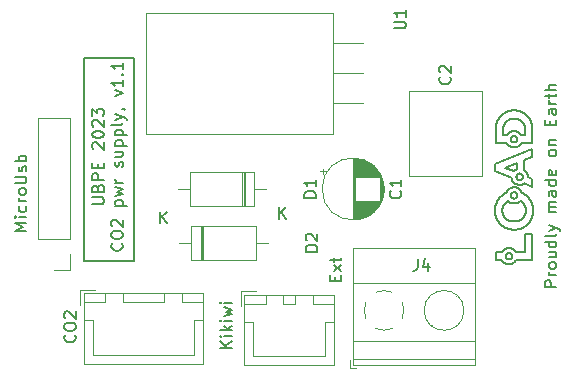
<source format=gbr>
%TF.GenerationSoftware,KiCad,Pcbnew,7.0.9*%
%TF.CreationDate,2023-11-12T11:40:10+01:00*%
%TF.ProjectId,CO2-PwrSupply,434f322d-5077-4725-9375-70706c792e6b,1.1*%
%TF.SameCoordinates,Original*%
%TF.FileFunction,Legend,Top*%
%TF.FilePolarity,Positive*%
%FSLAX46Y46*%
G04 Gerber Fmt 4.6, Leading zero omitted, Abs format (unit mm)*
G04 Created by KiCad (PCBNEW 7.0.9) date 2023-11-12 11:40:10*
%MOMM*%
%LPD*%
G01*
G04 APERTURE LIST*
%ADD10C,0.200004*%
%ADD11C,0.150000*%
%ADD12C,0.120000*%
G04 APERTURE END LIST*
D10*
X90457272Y-41082083D02*
X90452284Y-41094553D01*
X90870981Y-35692611D02*
X90878225Y-35703753D01*
X91226422Y-35475941D02*
X91211731Y-35454283D01*
X89785930Y-35712551D02*
X89754482Y-35732152D01*
X90803014Y-41323636D02*
X92195394Y-41323636D01*
X92157453Y-36539931D02*
X92143138Y-36501599D01*
X89662774Y-36948970D02*
X89667409Y-36925306D01*
X90469667Y-28652369D02*
X90430196Y-28656497D01*
X89346548Y-36115349D02*
X89324046Y-36146720D01*
X91956644Y-38087288D02*
X91978464Y-38055316D01*
X90356588Y-31711613D02*
X90376731Y-31720099D01*
X91372507Y-37756080D02*
X91356241Y-37772334D01*
X90690730Y-30399622D02*
X90665517Y-30398282D01*
X90460390Y-31747804D02*
X90482018Y-31753113D01*
X91002047Y-35259633D02*
X90979168Y-35246451D01*
X90433958Y-36030749D02*
X90425204Y-36020784D01*
X90374932Y-29378175D02*
X90397821Y-29372638D01*
X90426604Y-41141198D02*
X90418838Y-41151964D01*
X89137501Y-37732223D02*
X89152895Y-37770121D01*
X89878979Y-41599171D02*
X89899530Y-41609126D01*
X90990469Y-34944324D02*
X91020778Y-34949003D01*
X90519364Y-30836827D02*
X90531699Y-30831326D01*
X90285807Y-29405508D02*
X90307724Y-29397900D01*
X89766297Y-37582479D02*
X89755117Y-37562496D01*
X91671265Y-38396068D02*
X91700385Y-38371500D01*
X91777657Y-34060337D02*
X91763790Y-34021437D01*
X90152035Y-36335836D02*
X90177762Y-36359525D01*
X89325276Y-38082573D02*
X89348082Y-38114031D01*
X90846193Y-31268967D02*
X90836972Y-31278505D01*
X90482507Y-38042124D02*
X90458379Y-38038653D01*
X91126709Y-35355262D02*
X91107540Y-35337461D01*
X90919427Y-28667507D02*
X90880586Y-28661543D01*
X90291747Y-40307651D02*
X90268077Y-40304835D01*
X89084757Y-41323636D02*
X89588384Y-41323636D01*
X92194539Y-36657508D02*
X92183155Y-36617886D01*
X91214668Y-30696620D02*
X91200896Y-30677524D01*
X91862335Y-38208824D02*
X91886969Y-38179391D01*
X92010164Y-29464364D02*
X91992076Y-29430022D01*
X90210026Y-40713434D02*
X90224164Y-40714494D01*
X89950913Y-28793360D02*
X89917066Y-28809955D01*
X89528285Y-38315800D02*
X89556734Y-38341905D01*
X90468515Y-40932352D02*
X90470965Y-40945872D01*
X89951476Y-35625152D02*
X89917259Y-35641219D01*
X90863215Y-30920063D02*
X90870981Y-30930830D01*
X89925992Y-41056296D02*
X89922882Y-41043012D01*
X89612015Y-41362042D02*
X89624744Y-41380616D01*
X90909782Y-31152959D02*
X90906028Y-31165989D01*
X92128030Y-29760806D02*
X92116298Y-29721972D01*
X90589419Y-30399622D02*
X90539743Y-30404912D01*
X90795755Y-35618431D02*
X90806674Y-35626088D01*
X89723585Y-35752462D02*
X89693241Y-35773480D01*
X90461651Y-41069325D02*
X90457272Y-41082083D01*
X90229918Y-30529601D02*
X90192573Y-30558462D01*
X90933681Y-38729709D02*
X90973024Y-38722623D01*
X91423037Y-36522570D02*
X91437428Y-36540030D01*
X90445677Y-34461853D02*
X90454748Y-34490096D01*
X91429391Y-35683144D02*
X91396942Y-35665628D01*
X91490418Y-36613811D02*
X91502517Y-36633239D01*
X90540257Y-29350409D02*
X90564847Y-29348547D01*
X89666865Y-28970244D02*
X89638169Y-28993714D01*
X90801843Y-28652369D02*
X90761938Y-28649157D01*
X91383783Y-34199990D02*
X91386894Y-34213274D01*
X89549783Y-35889217D02*
X89522742Y-35914496D01*
X90590265Y-28645487D02*
X90549702Y-28646864D01*
X90181058Y-29450437D02*
X90201277Y-29440621D01*
X92019298Y-36249716D02*
X91998637Y-36216340D01*
X90859099Y-36498010D02*
X90893119Y-36485923D01*
X90015979Y-29557137D02*
X90032793Y-29543655D01*
X90074686Y-31484944D02*
X90100971Y-31518762D01*
X89920432Y-40945872D02*
X89922882Y-40932352D01*
X90018580Y-41199567D02*
X90008475Y-41190935D01*
X90852504Y-34174203D02*
X90857492Y-34161733D01*
X90340079Y-41222522D02*
X90328418Y-41229136D01*
X89634206Y-35817645D02*
X89605515Y-35840792D01*
X90039906Y-30736223D02*
X90017059Y-30777606D01*
X89767080Y-29909627D02*
X89775318Y-29888350D01*
X90611611Y-35572939D02*
X90625749Y-35571879D01*
X91240291Y-35498169D02*
X91226422Y-35475941D01*
X90544344Y-36104065D02*
X90531699Y-36099147D01*
X90957917Y-28674388D02*
X90919427Y-28667507D01*
X91564079Y-30113276D02*
X91566893Y-30137270D01*
X89188404Y-29645668D02*
X89175060Y-29683594D01*
X91477858Y-36594775D02*
X91490418Y-36613811D01*
X91810267Y-34268603D02*
X91808910Y-34225382D01*
X90882312Y-30440548D02*
X90859495Y-30432639D01*
X90896661Y-35739256D02*
X90901649Y-35751725D01*
X90409170Y-35999643D02*
X90401926Y-35988501D01*
X89385558Y-29268047D02*
X89364100Y-29299141D01*
X90224164Y-41260870D02*
X90210026Y-41261930D01*
X90409170Y-35692611D02*
X90416936Y-35681844D01*
X91570977Y-30186088D02*
X91572249Y-30210914D01*
X90544344Y-30826408D02*
X90557282Y-30822090D01*
X91277234Y-36386335D02*
X91300105Y-36403961D01*
X90627129Y-41526475D02*
X90661763Y-41497628D01*
X91071679Y-33997163D02*
X91085613Y-33995416D01*
X90457014Y-36508635D02*
X90492381Y-36517140D01*
X90878225Y-30941972D02*
X90884932Y-30953471D01*
X90806674Y-35626088D02*
X90817194Y-35634242D01*
X90315167Y-40311243D02*
X90291747Y-40307651D01*
X90878225Y-35703753D02*
X90884932Y-35715252D01*
X90476676Y-35178627D02*
X90425058Y-35192980D01*
X90788724Y-36516976D02*
X90824284Y-36508378D01*
X90030198Y-41654669D02*
X90053076Y-41659769D01*
X90378502Y-35940529D02*
X90374123Y-35927771D01*
X90433849Y-41130056D02*
X90426604Y-41141198D01*
X91289300Y-34933234D02*
X91313121Y-34926709D01*
X90709657Y-30818388D02*
X90722870Y-30822090D01*
X89097246Y-37615974D02*
X89109676Y-37655151D01*
X90640076Y-35159613D02*
X90584352Y-35161780D01*
X89123095Y-36532971D02*
X89109676Y-36571480D01*
X90594158Y-33812291D02*
X89883154Y-33525124D01*
X90836323Y-30425497D02*
X90812812Y-30419139D01*
X91328949Y-34093947D02*
X91337217Y-34104322D01*
X91192954Y-37900157D02*
X91173057Y-37912133D01*
X90678096Y-36531637D02*
X90715579Y-36528656D01*
X90076231Y-41664121D02*
X90099651Y-41667712D01*
X90401926Y-35703753D02*
X90409170Y-35692611D01*
X91365085Y-34149570D02*
X91370663Y-34161733D01*
X90482018Y-31753113D02*
X90503908Y-31757752D01*
X91057968Y-33999579D02*
X91071679Y-33997163D01*
X89726733Y-36745022D02*
X89736840Y-36723619D01*
X91114078Y-34955118D02*
X91139905Y-34954655D01*
X90462957Y-36058012D02*
X90452852Y-36049380D01*
X91798287Y-34141130D02*
X91789183Y-34100261D01*
X89033496Y-37287086D02*
X89037986Y-37329710D01*
X90729359Y-33696388D02*
X90710813Y-33708974D01*
X89085805Y-36649815D02*
X89075354Y-36689643D01*
X89793947Y-36621974D02*
X89806687Y-36602725D01*
X90050536Y-31449513D02*
X90074686Y-31484944D01*
X90049994Y-29530578D02*
X90067580Y-29517908D01*
X90557282Y-36108383D02*
X90544344Y-36104065D01*
X91044497Y-34002646D02*
X91057968Y-33999579D01*
X91608948Y-28970243D02*
X91579589Y-28947535D01*
X90841261Y-34323934D02*
X90838811Y-34310414D01*
X89084757Y-31449513D02*
X90050536Y-31449513D01*
X89963369Y-40340344D02*
X89920455Y-40356935D01*
X89393649Y-36054510D02*
X89369749Y-36084612D01*
X90640075Y-30397831D02*
X90589419Y-30399622D01*
X91001081Y-37991656D02*
X90978267Y-37999400D01*
X91023720Y-37983378D02*
X91001081Y-37991656D01*
X90854947Y-31259002D02*
X90846193Y-31268967D01*
X91130427Y-36333525D02*
X91154960Y-36308283D01*
X89764269Y-41526475D02*
X89782296Y-41540067D01*
X90017059Y-30777606D02*
X89706884Y-30777606D01*
X90779383Y-41362042D02*
X90803014Y-41323636D01*
X92195394Y-31449513D02*
X92195394Y-30262573D01*
X90316088Y-38722002D02*
X90355427Y-38729231D01*
X89858814Y-41588576D02*
X89878979Y-41599171D01*
X90351378Y-41215378D02*
X90340079Y-41222522D01*
X90640076Y-35571521D02*
X90654402Y-35571879D01*
X89800777Y-41553086D02*
X89819700Y-41565520D01*
X90795755Y-31312042D02*
X90784456Y-31319186D01*
X90452852Y-31287599D02*
X90443180Y-31278505D01*
X90774968Y-29352799D02*
X90799221Y-29355717D01*
X91523719Y-35739694D02*
X91492778Y-35720178D01*
X90053500Y-36356260D02*
X90077615Y-36340422D01*
X91234789Y-34516123D02*
X91222455Y-34521624D01*
X90361599Y-35846127D02*
X90361962Y-35832000D01*
X90654402Y-35571879D02*
X90668541Y-35572939D01*
X90918189Y-35832000D02*
X90918551Y-35846127D01*
X89175060Y-29683594D02*
X89162632Y-29721973D01*
X91492778Y-35720178D02*
X91461336Y-35701328D01*
X90715579Y-36528656D02*
X90752472Y-36523752D01*
X89037986Y-36895403D02*
X89033496Y-36937882D01*
X90907960Y-34453226D02*
X90899206Y-34443261D01*
X90417966Y-31735223D02*
X90439036Y-31741837D01*
X91018346Y-34010666D02*
X91031284Y-34006348D01*
X91810142Y-34288734D02*
X91810230Y-34282042D01*
X91426177Y-29731693D02*
X91437869Y-29749909D01*
X90938168Y-29384232D02*
X90960240Y-29390807D01*
X91361066Y-29646466D02*
X91374972Y-29662731D01*
X91164660Y-38673017D02*
X91201963Y-38660261D01*
X89957549Y-41130056D02*
X89950842Y-41118556D01*
X89043472Y-36853367D02*
X89037986Y-36895403D01*
X91580568Y-37425858D02*
X91572240Y-37447916D01*
X90032793Y-29543655D02*
X90049994Y-29530578D01*
X90960240Y-29390807D02*
X90982003Y-29397900D01*
X90367259Y-31139676D02*
X90364809Y-31126155D01*
X91344983Y-34422120D02*
X91337217Y-34432887D01*
X90531699Y-31337365D02*
X90519364Y-31331865D01*
X91356241Y-37772334D02*
X91339525Y-37788233D01*
X91382419Y-34902390D02*
X91404741Y-34892757D01*
X91304958Y-37818893D02*
X91287160Y-37833554D01*
X90351378Y-40759986D02*
X90362297Y-40767643D01*
X91010907Y-30503255D02*
X90990542Y-30491065D01*
X89839050Y-41577354D02*
X89858814Y-41588576D01*
X90433849Y-40845308D02*
X90440555Y-40856808D01*
X90329883Y-29390807D02*
X90352286Y-29384232D01*
X90721676Y-28646864D02*
X90681056Y-28645487D01*
X90157332Y-30589718D02*
X90124320Y-30623245D01*
X90741295Y-34848510D02*
X90766526Y-34863579D01*
X90392595Y-41181841D02*
X90382922Y-41190935D01*
X89918661Y-40959612D02*
X89920432Y-40945872D01*
X91139905Y-34954655D02*
X91165493Y-34953278D01*
X90428029Y-40340344D02*
X90406067Y-40333083D01*
X90884932Y-35715252D02*
X90891083Y-35727093D01*
X91152805Y-37923661D02*
X91132195Y-37934740D01*
X90328418Y-41229136D02*
X90316411Y-41235201D01*
X91670928Y-35847232D02*
X91642482Y-35824400D01*
X90605917Y-34737935D02*
X90626425Y-34758618D01*
X89908223Y-36478166D02*
X89924499Y-36461838D01*
X91891077Y-29268046D02*
X91868777Y-29237604D01*
X89764269Y-40448889D02*
X89729635Y-40477736D01*
X90570495Y-30818388D02*
X90583966Y-30815321D01*
X89929746Y-41069325D02*
X89925992Y-41056296D01*
X91464839Y-36576133D02*
X91477858Y-36594775D01*
X91253834Y-36369376D02*
X91277234Y-36386335D01*
X89950842Y-41118556D02*
X89944691Y-41106716D01*
X90918189Y-35860254D02*
X90917113Y-35874197D01*
X91998637Y-36216340D02*
X91977242Y-36183615D01*
X90062980Y-40746228D02*
X90074987Y-40740163D01*
X89758366Y-36681884D02*
X89769787Y-36661555D01*
X90053076Y-40315595D02*
X90007612Y-40326528D01*
X89980827Y-40813025D02*
X89989581Y-40803060D01*
X89707966Y-30210914D02*
X89709316Y-30186088D01*
X92195394Y-41323636D02*
X92195394Y-39132632D01*
X90171359Y-41673784D02*
X90195699Y-41674196D01*
X90401816Y-41172304D02*
X90392595Y-41181841D01*
X91122817Y-30589718D02*
X91105468Y-30573799D01*
X91607665Y-37334648D02*
X91601821Y-37357895D01*
X89882869Y-29696432D02*
X89895975Y-29679386D01*
X91642482Y-35824400D02*
X91613540Y-35802229D01*
X91977242Y-36183615D02*
X91955116Y-36151541D01*
X90602323Y-36531647D02*
X90640076Y-36532641D01*
X90007612Y-41648836D02*
X90030198Y-41654669D01*
X90462957Y-31296231D02*
X90452852Y-31287599D01*
X91253317Y-35520944D02*
X91240291Y-35498169D01*
X89903513Y-37761126D02*
X89887718Y-37744969D01*
X89202666Y-29608195D02*
X89188404Y-29645668D01*
X90465405Y-40919068D02*
X90468515Y-40932352D01*
X90993366Y-34021085D02*
X91005701Y-34015584D01*
X89645435Y-38415755D02*
X89676116Y-38438887D01*
X90395219Y-35977002D02*
X90389068Y-35965161D01*
X91310973Y-34462763D02*
X91301301Y-34471857D01*
X90264133Y-29413632D02*
X90285807Y-29405508D01*
X90375142Y-35211068D02*
X90327097Y-35232727D01*
X90709657Y-36112085D02*
X90696186Y-36115152D01*
X92252647Y-37033369D02*
X92250153Y-36989899D01*
X90918189Y-31098473D02*
X90917113Y-31112415D01*
X91183659Y-34534562D02*
X91170188Y-34537629D01*
X91217595Y-28748246D02*
X91181533Y-28734942D01*
X90298202Y-31682599D02*
X90336778Y-31702527D01*
X90641190Y-33764881D02*
X90624995Y-33780184D01*
X89065895Y-37495875D02*
X89075354Y-37536337D01*
X90410692Y-38030108D02*
X90387136Y-38025034D01*
X91337217Y-34432887D02*
X91328949Y-34443261D01*
X90055723Y-28748246D02*
X90020319Y-28762467D01*
X91003459Y-29405508D02*
X91024609Y-29413632D01*
X91085613Y-34541791D02*
X91071679Y-34540044D01*
X90926823Y-30458606D02*
X90904760Y-30449209D01*
X89706437Y-37456985D02*
X89698361Y-37434941D01*
X90915342Y-31042536D02*
X90917113Y-31056276D01*
X89084758Y-30262574D02*
X89084757Y-31449513D01*
X90506824Y-38045061D02*
X90482507Y-38042124D01*
X90835964Y-34254476D02*
X90837040Y-34240534D01*
X90304076Y-41240702D02*
X90291431Y-41245620D01*
X89324046Y-36146720D02*
X89302242Y-36178722D01*
X90899206Y-34443261D02*
X90890938Y-34432887D01*
X90859495Y-30432639D02*
X90836323Y-30425497D01*
X90195699Y-40713076D02*
X90210026Y-40713434D01*
X91662147Y-33845137D02*
X91635919Y-33814080D01*
X92193532Y-30174329D02*
X92191201Y-30130903D01*
X89850487Y-35675471D02*
X89817932Y-35693657D01*
X90906028Y-35927771D02*
X90901649Y-35940529D01*
X90126118Y-41253640D02*
X90112905Y-41249938D01*
X90696186Y-30815321D02*
X90709657Y-30818388D01*
X89681435Y-41450402D02*
X89696983Y-41466654D01*
X92103619Y-29683593D02*
X92089991Y-29645667D01*
X90443180Y-36040287D02*
X90433958Y-36030749D01*
X90051318Y-41222522D02*
X90040019Y-41215378D01*
X90533091Y-34647163D02*
X90549857Y-34671004D01*
X91240244Y-30736223D02*
X91227789Y-30716191D01*
X89847551Y-36547153D02*
X89862056Y-36529358D01*
X91627740Y-37012490D02*
X91629830Y-37037067D01*
X91019053Y-31660409D02*
X91054590Y-31636048D01*
X90401926Y-30941972D02*
X90409170Y-30930830D01*
X89169128Y-36420278D02*
X89152895Y-36457272D01*
X90397194Y-31727973D02*
X90417966Y-31735223D01*
X89857935Y-29731693D02*
X89870189Y-29713867D01*
X90528423Y-36523845D02*
X90565088Y-36528698D01*
X90367259Y-31029015D02*
X90370369Y-31015732D01*
X91447135Y-37669467D02*
X91433099Y-37687501D01*
X90472736Y-40959612D02*
X90473812Y-40973554D01*
X90382922Y-40784429D02*
X90392595Y-40793522D01*
X90141730Y-29471296D02*
X90161208Y-29460662D01*
X90841261Y-34213274D02*
X90844371Y-34199990D01*
X90007612Y-40326528D02*
X89963369Y-40340344D01*
X89169143Y-37807429D02*
X89186114Y-37844093D01*
X90374123Y-35927771D02*
X90370369Y-35914741D01*
X90383490Y-30977475D02*
X90389068Y-30965312D01*
X90716777Y-34832431D02*
X90741295Y-34848510D01*
X90908771Y-38019427D02*
X90885251Y-38025034D01*
X90087322Y-41240702D02*
X90074987Y-41235201D01*
X92127849Y-36463698D02*
X92111595Y-36426396D01*
X89837811Y-38543444D02*
X89871799Y-38562141D01*
X91105468Y-30573799D02*
X91087576Y-30558462D01*
X90122489Y-37924262D02*
X90102401Y-37912947D01*
X90665517Y-30398282D02*
X90640075Y-30397831D01*
X91269757Y-34040908D02*
X91280675Y-34048565D01*
X90690582Y-38050669D02*
X90665422Y-38051470D01*
X91108380Y-28711088D02*
X91071285Y-28700537D01*
X90378502Y-30989944D02*
X90383490Y-30977475D01*
X91708945Y-33911696D02*
X91686516Y-33877703D01*
X90224164Y-40714494D02*
X90238098Y-40716241D01*
X90715557Y-38049334D02*
X90690582Y-38050669D01*
X89962592Y-36426598D02*
X89984499Y-36407987D01*
X91602661Y-36870061D02*
X91608333Y-36893200D01*
X89588384Y-41323636D02*
X89599890Y-41343044D01*
X91170188Y-33999579D02*
X91183659Y-34002646D01*
X90640076Y-36532641D02*
X90678096Y-36531637D01*
X90907960Y-34083983D02*
X90917182Y-34074445D01*
X90709963Y-40524962D02*
X90694415Y-40508710D01*
X90748453Y-31337365D02*
X90735808Y-31342283D01*
X91252016Y-30756699D02*
X91240244Y-30736223D01*
X90678344Y-40492964D02*
X90661763Y-40477736D01*
X89980827Y-41162339D02*
X89972559Y-41151964D01*
X90760788Y-36093646D02*
X90748453Y-36099147D01*
X90869221Y-34137730D02*
X90875928Y-34126230D01*
X92165510Y-29920703D02*
X92157555Y-29880043D01*
X90353327Y-30458606D02*
X90310420Y-30479550D01*
X91322449Y-36422252D02*
X91344265Y-36441204D01*
X90389068Y-30965312D02*
X90395219Y-30953471D01*
X91451362Y-36557884D02*
X91464839Y-36576133D01*
X90006908Y-37850110D02*
X89988802Y-37836290D01*
X90740347Y-38047465D02*
X90715557Y-38049334D01*
X90668541Y-31357533D02*
X90654402Y-31358594D01*
X91144658Y-29471296D02*
X91163445Y-29482337D01*
X90748453Y-30831326D02*
X90760788Y-30836827D01*
X89203809Y-37880110D02*
X89222231Y-37915480D01*
X90884932Y-35977002D02*
X90878225Y-35988501D01*
X90040019Y-41215378D02*
X90029101Y-41207721D01*
X91033844Y-28690903D02*
X90996055Y-28682187D01*
X90740407Y-30404912D02*
X90715699Y-30401837D01*
X90434440Y-38034647D02*
X90410692Y-38030108D01*
X91209810Y-34526542D02*
X91196872Y-34530860D01*
X92183155Y-37623638D02*
X92194539Y-37584263D01*
X90269242Y-30503255D02*
X90229918Y-30529601D01*
X89443549Y-35996218D02*
X89418249Y-36025045D01*
X91099752Y-33994355D02*
X91114078Y-33993998D01*
X90764839Y-30408830D02*
X90740407Y-30404912D01*
X90909782Y-35914741D02*
X90906028Y-35927771D01*
X89870189Y-29713867D02*
X89882869Y-29696432D01*
X92044212Y-29534988D02*
X92027543Y-29499353D01*
X91142543Y-34541791D02*
X91128404Y-34542852D01*
X90473478Y-30864307D02*
X90484396Y-30856650D01*
X90057174Y-35470614D02*
X90030103Y-35514960D01*
X89075354Y-36689643D02*
X89065895Y-36729912D01*
X89939113Y-40880811D02*
X89944691Y-40868648D01*
X90085549Y-29505644D02*
X90103898Y-29493787D01*
X90006406Y-35561407D02*
X89986249Y-35609791D01*
X90583966Y-36115152D02*
X90570495Y-36112085D01*
X91533076Y-37533254D02*
X91522109Y-37553782D01*
X91886969Y-38179391D02*
X91910897Y-38149325D01*
X90681056Y-28645487D02*
X90640076Y-28645029D01*
X92094605Y-36389751D02*
X92076880Y-36353761D01*
X91229907Y-36353087D02*
X91253834Y-36369376D01*
X90401816Y-40803060D02*
X90410570Y-40813025D01*
X92183737Y-30045440D02*
X92178600Y-30003401D01*
X91810950Y-38265794D02*
X91836996Y-38237625D01*
X90340607Y-38013285D02*
X90317636Y-38006609D01*
X90817194Y-30872461D02*
X90827299Y-30881093D01*
X91789183Y-34100261D02*
X91777657Y-34060337D01*
X91601821Y-37357895D02*
X91595357Y-37380847D01*
X89454165Y-29178681D02*
X89430589Y-29207816D01*
X92075413Y-29608194D02*
X92060169Y-29571269D01*
X90237285Y-35286106D02*
X90195852Y-35317500D01*
X90531699Y-35593107D02*
X90544344Y-35588189D01*
X90647795Y-34778438D02*
X90669997Y-34797366D01*
X90470943Y-40356935D02*
X90449659Y-40348300D01*
X91346720Y-29630592D02*
X91361066Y-29646466D01*
X89096292Y-30045442D02*
X89092141Y-30087942D01*
X90416936Y-30920063D02*
X90425204Y-30909689D01*
X90475429Y-38745140D02*
X90516093Y-38748516D01*
X89662384Y-37296497D02*
X89658476Y-37272393D01*
X90854947Y-30909689D02*
X90863215Y-30920063D01*
X89529135Y-29095208D02*
X89503437Y-29122376D01*
X90931217Y-34931182D02*
X90960606Y-34938374D01*
X90848125Y-34350247D02*
X90844371Y-34337218D01*
X90294862Y-37999400D02*
X90272288Y-37991656D01*
X90640076Y-28645029D02*
X90631189Y-28645029D01*
X89720079Y-30089557D02*
X89724104Y-30066113D01*
X91024361Y-35273637D02*
X91002047Y-35259633D01*
X91328949Y-34443261D02*
X91320195Y-34453226D01*
X92178600Y-30003401D02*
X92172525Y-29961822D01*
X91573267Y-40651728D02*
X90803014Y-40651728D01*
X90735808Y-36104065D02*
X90722870Y-36108383D01*
X91641553Y-38419887D02*
X91671265Y-38396068D01*
X91217702Y-29517908D02*
X91235085Y-29530578D01*
X91050698Y-38705615D02*
X91089027Y-38695694D01*
X91374972Y-29662731D02*
X91388437Y-29679386D01*
X91269757Y-34496300D02*
X91258458Y-34503444D01*
X91162947Y-35392931D02*
X91145185Y-35373760D01*
X91810230Y-34282042D02*
X91810267Y-34268603D01*
X91046144Y-37974552D02*
X91023720Y-37983378D01*
X91459918Y-29787513D02*
X91470272Y-29806900D01*
X90509503Y-28649157D02*
X90469667Y-28652369D01*
X90099967Y-40729744D02*
X90112905Y-40725426D01*
X89899530Y-41609126D02*
X89920455Y-41618429D01*
X90873985Y-34913188D02*
X90902334Y-34922777D01*
X89963369Y-41635019D02*
X89985331Y-41642281D01*
X91542215Y-29997421D02*
X91547633Y-30020046D01*
X89790046Y-37621276D02*
X89777940Y-37602072D01*
X90690626Y-38752386D02*
X90731962Y-38750969D01*
X89782296Y-41540067D02*
X89800777Y-41553086D01*
X91330532Y-35632603D02*
X91296568Y-35617095D01*
X90767715Y-33672975D02*
X90748331Y-33684384D01*
X91099752Y-34542852D02*
X91085613Y-34541791D01*
X90363038Y-31112415D02*
X90361962Y-31098473D01*
X90875928Y-34126230D02*
X90883173Y-34115088D01*
X90936959Y-34056719D02*
X90947480Y-34048565D01*
X89819700Y-41565520D02*
X89839050Y-41577354D01*
X91728913Y-38346188D02*
X91756850Y-38320131D01*
X90220039Y-40301579D02*
X90195699Y-40301167D01*
X91358934Y-34137730D02*
X91365085Y-34149570D01*
X90654402Y-30810098D02*
X90668541Y-30811159D01*
X90958564Y-36456800D02*
X90989886Y-36439866D01*
X90476426Y-34544928D02*
X90488973Y-34571460D01*
X90884932Y-30953471D02*
X90891083Y-30965312D01*
X90841392Y-28656497D02*
X90801843Y-28652369D01*
X91179972Y-35412757D02*
X91162947Y-35392931D01*
X91433099Y-37687501D02*
X91418620Y-37705180D01*
X91087576Y-30558462D02*
X91069159Y-30543725D01*
X91156477Y-33997163D02*
X91170188Y-33999579D01*
X90077615Y-36340422D02*
X90102300Y-36325302D01*
X91086202Y-29440621D02*
X91106036Y-29450437D01*
X89724364Y-37500189D02*
X89715105Y-37478734D01*
X90544344Y-35588189D02*
X90557282Y-35583871D01*
X90539743Y-30404912D02*
X90491170Y-30413578D01*
X90467945Y-29359161D02*
X90491806Y-29355717D01*
X90627129Y-40448889D02*
X90609102Y-40435297D01*
X91171461Y-30640821D02*
X91155830Y-30623245D01*
X90932114Y-38013285D02*
X90908771Y-38019427D01*
X89707155Y-30236020D02*
X89707966Y-30210914D01*
X89823739Y-29787513D02*
X89834710Y-29768516D01*
X91693475Y-29042938D02*
X91665891Y-29017945D01*
X90433958Y-31268967D02*
X90425204Y-31259002D01*
X90444328Y-29363130D02*
X90467945Y-29359161D01*
X92195394Y-31890342D02*
X89055132Y-33204944D01*
X92254644Y-37121583D02*
X92254145Y-37077264D01*
X90901649Y-35751725D02*
X90906028Y-35764483D01*
X90969697Y-34503444D02*
X90958398Y-34496300D01*
X90103898Y-29493787D02*
X90122626Y-29482337D01*
X89964794Y-40834166D02*
X89972559Y-40823399D01*
X90383490Y-35952998D02*
X90378502Y-35940529D01*
X90210026Y-41261930D02*
X90195699Y-41262288D01*
X90857052Y-35193628D02*
X90831234Y-35185829D01*
X91275533Y-38631916D02*
X91311785Y-38616466D01*
X90827299Y-30881093D02*
X90836972Y-30890187D01*
X90838811Y-34226794D02*
X90841261Y-34213274D01*
X90870981Y-31237861D02*
X90863215Y-31248628D01*
X90668541Y-36119315D02*
X90654402Y-36120375D01*
X91190827Y-34951001D02*
X91215891Y-34947842D01*
X91310973Y-34074445D02*
X91320195Y-34083983D01*
X90884932Y-31215220D02*
X90878225Y-31226719D01*
X89984499Y-36407987D02*
X90006949Y-36390053D01*
X90722870Y-31346602D02*
X90709657Y-31350303D01*
X91569192Y-30161540D02*
X91570977Y-30186088D01*
X90709657Y-31350303D02*
X90696186Y-31353370D01*
X90503908Y-31757752D02*
X90526047Y-31761709D01*
X91344983Y-34115088D02*
X91352227Y-34126230D01*
X89577374Y-35864649D02*
X89549783Y-35889217D01*
X91461336Y-35701328D02*
X91429391Y-35683144D01*
X90909782Y-35777513D02*
X90912892Y-35790797D01*
X90410570Y-41162339D02*
X90401816Y-41172304D01*
X91050231Y-30529601D02*
X91030809Y-30516106D01*
X91617887Y-36940197D02*
X91621769Y-36964055D01*
X90401926Y-31226719D02*
X90395219Y-31215220D01*
X90969697Y-34033764D02*
X90981359Y-34027150D01*
X91833509Y-36000896D02*
X91806996Y-35972706D01*
X89026006Y-37067980D02*
X89025506Y-37112235D01*
X90040019Y-40759986D02*
X90051318Y-40752842D01*
X91288623Y-28777530D02*
X91253316Y-28762467D01*
X91250526Y-37861537D02*
X91231687Y-37874858D01*
X90167234Y-41260870D02*
X90153300Y-41259123D01*
X89677693Y-37367044D02*
X89671994Y-37343823D01*
X91547633Y-30020046D02*
X91552526Y-30042943D01*
X90519364Y-31331865D02*
X90507357Y-31325799D01*
X91186488Y-30658920D02*
X91171461Y-30640821D01*
X90431219Y-34403861D02*
X90437824Y-34433099D01*
X90291747Y-41667712D02*
X90338322Y-41659769D01*
X90661763Y-41497628D02*
X90694415Y-41466654D01*
X90917182Y-34074445D02*
X90926854Y-34065351D01*
X91635919Y-33814080D02*
X91607912Y-33784610D01*
X90291431Y-40729744D02*
X90304076Y-40734662D01*
X91756850Y-38320131D02*
X91784197Y-38293333D01*
X89203680Y-36348147D02*
X89186057Y-36383903D01*
X91426650Y-34882389D02*
X91448127Y-34871300D01*
X89097246Y-36610427D02*
X89085805Y-36649815D01*
X91416961Y-38565496D02*
X91450828Y-38546973D01*
X91822090Y-29178680D02*
X91797707Y-29150200D01*
X90880586Y-28661543D02*
X90841392Y-28656497D01*
X91263091Y-30777606D02*
X91252016Y-30756699D01*
X90903421Y-31720099D02*
X90943374Y-31702527D01*
X90979168Y-35246451D02*
X90955747Y-35234114D01*
X91806996Y-35972706D02*
X91779754Y-35945161D01*
X89101365Y-30003403D02*
X89096292Y-30045442D01*
X90507357Y-30842893D02*
X90519364Y-30836827D01*
X89130859Y-29839842D02*
X89122106Y-29880044D01*
X90674799Y-29346417D02*
X90700317Y-29347216D01*
X91107540Y-35337461D02*
X91087699Y-35320377D01*
X91449117Y-29768516D02*
X91459918Y-29787513D01*
X91510707Y-37573953D02*
X91498869Y-37593767D01*
X89929746Y-40906039D02*
X89934125Y-40893280D01*
X90195699Y-40301167D02*
X90147228Y-40302806D01*
X89983521Y-29585317D02*
X89999555Y-29571024D01*
X90731962Y-38750969D02*
X90772969Y-38748607D01*
X89917585Y-40973554D02*
X89918661Y-40959612D01*
X91515266Y-29909627D02*
X91522799Y-29931171D01*
X89917259Y-35641219D02*
X89883596Y-35657992D01*
X90640076Y-36120733D02*
X90625749Y-36120375D01*
X91380030Y-34186961D02*
X91383783Y-34199990D01*
X90989886Y-36439866D02*
X91020206Y-36421419D01*
X91804889Y-34182864D02*
X91798287Y-34141130D01*
X91301301Y-34065351D02*
X91310973Y-34074445D01*
X90556018Y-38049334D02*
X90531328Y-38047465D01*
X91543611Y-37512371D02*
X91533076Y-37533254D01*
X91114078Y-34543210D02*
X91099752Y-34542852D01*
X91071679Y-34540044D02*
X91057968Y-34537629D01*
X90584352Y-35161780D02*
X90529829Y-35168172D01*
X90748453Y-35593107D02*
X90760788Y-35598608D01*
X89733747Y-30020046D02*
X89739362Y-29997421D01*
X90813615Y-38038653D02*
X90789375Y-38042124D01*
X91030809Y-30516106D02*
X91010907Y-30503255D01*
X90694415Y-40508710D02*
X90678344Y-40492964D01*
X90409170Y-30930830D02*
X90416936Y-30920063D01*
X90817194Y-35634242D02*
X90827299Y-35642874D01*
X91253316Y-28762467D02*
X91217595Y-28748246D01*
X89699852Y-36810740D02*
X89708195Y-36788582D01*
X90492381Y-36517140D02*
X90528423Y-36523845D01*
X89114272Y-29920705D02*
X89107358Y-29961824D01*
X90836972Y-35651967D02*
X90846193Y-35661505D01*
X90446706Y-40868648D02*
X90452284Y-40880811D01*
X90661763Y-40477736D02*
X90644687Y-40463040D01*
X91498869Y-37593767D02*
X91486594Y-37613226D01*
X90625749Y-35571879D02*
X90640076Y-35571521D01*
X90495695Y-30849506D02*
X90507357Y-30842893D01*
X90722870Y-30822090D02*
X90735808Y-30826408D01*
X89612015Y-40613321D02*
X89588384Y-40651728D01*
X91352227Y-34126230D02*
X91358934Y-34137730D01*
X91686516Y-33877703D02*
X91662147Y-33845137D01*
X90694415Y-41466654D02*
X90724974Y-41433659D01*
X90388516Y-36486427D02*
X90422375Y-36498380D01*
X89585743Y-38367265D02*
X89615311Y-38391882D01*
X89638065Y-41398753D02*
X89651962Y-41416438D01*
X91549636Y-28925590D02*
X91519090Y-28904407D01*
X90597677Y-30812906D02*
X90611611Y-30811159D01*
X90682475Y-36117568D02*
X90668541Y-36119315D01*
X90225561Y-31636048D02*
X90261098Y-31660409D01*
X91005701Y-34015584D02*
X91018346Y-34010666D01*
X91087699Y-35320377D02*
X91067208Y-35304030D01*
X89303205Y-38050460D02*
X89325276Y-38082573D01*
X89469549Y-35968032D02*
X89443549Y-35996218D01*
X90484396Y-31312042D02*
X90473478Y-31304384D01*
X90204689Y-36381926D02*
X90232763Y-36402989D01*
X90364809Y-31126155D02*
X90363038Y-31112415D01*
X89777940Y-37602072D02*
X89766297Y-37582479D01*
X90819761Y-31747804D02*
X90862185Y-31735223D01*
X90440555Y-41118556D02*
X90433849Y-41130056D01*
X89222231Y-37915480D02*
X89241380Y-37950201D01*
X89755117Y-37562496D02*
X89744401Y-37542121D01*
X89711203Y-30161540D02*
X89713627Y-30137270D01*
X90102300Y-36325302D02*
X90127562Y-36310912D01*
X90124328Y-38671438D02*
X90162023Y-38683472D01*
X90890938Y-34432887D02*
X90883173Y-34422120D01*
X90515910Y-29352799D02*
X90540257Y-29350409D01*
X90912892Y-31139676D02*
X90909782Y-31152959D01*
X90693001Y-34815374D02*
X90716777Y-34832431D01*
X89713054Y-41482400D02*
X89729635Y-41497628D01*
X91720468Y-29068692D02*
X91693475Y-29042938D01*
X91375651Y-34363005D02*
X91370663Y-34375475D01*
X91181881Y-29493787D02*
X91199967Y-29505644D01*
X89610047Y-29017946D02*
X89582501Y-29042939D01*
X90008475Y-41190935D02*
X89998803Y-41181841D01*
X89784143Y-29867402D02*
X89793398Y-29846844D01*
X90644687Y-40463040D02*
X90627129Y-40448889D01*
X90901649Y-31178747D02*
X90896661Y-31191216D01*
X92242182Y-36904238D02*
X92236710Y-36862047D01*
X92230247Y-37422235D02*
X92236710Y-37380606D01*
X90495695Y-31319186D02*
X90484396Y-31312042D01*
X89833489Y-36565314D02*
X89847551Y-36547153D01*
X90383786Y-41648836D02*
X90428029Y-41635019D01*
X91231687Y-37874858D02*
X91212497Y-37887731D01*
X90926854Y-34471857D02*
X90917182Y-34462763D01*
X90443827Y-30425497D02*
X90397837Y-30440548D01*
X91106036Y-29450437D02*
X91125522Y-29460662D01*
X91514016Y-33706538D02*
X91514016Y-32876294D01*
X90443180Y-31278505D02*
X90433958Y-31268967D01*
X90082642Y-37901215D02*
X90063212Y-37889065D01*
X90401926Y-35988501D02*
X90395219Y-35977002D01*
X90425204Y-35671470D02*
X90433958Y-35661505D01*
X90338322Y-41659769D02*
X90383786Y-41648836D01*
X91487951Y-28883988D02*
X91456217Y-28864333D01*
X90616865Y-31770486D02*
X90640076Y-31770860D01*
X89918661Y-41015752D02*
X89917585Y-41001809D01*
X91932257Y-36120116D02*
X91908666Y-36089340D01*
X91573265Y-30261405D02*
X91573265Y-30777606D01*
X90433958Y-30899724D02*
X90443180Y-30890187D01*
X91049471Y-36401510D02*
X91077631Y-36380190D01*
X89999555Y-29571024D02*
X90015979Y-29557137D01*
X89599890Y-41343044D02*
X89612015Y-41362042D01*
X90473478Y-35626088D02*
X90484396Y-35618431D01*
X90139589Y-41256707D02*
X90126118Y-41253640D01*
X89950842Y-40856808D02*
X89957549Y-40845308D01*
X90139589Y-40718657D02*
X90153300Y-40716241D01*
X91729354Y-33947037D02*
X91708945Y-33911696D01*
X89057428Y-37454981D02*
X89065895Y-37495875D01*
X90191686Y-31609610D02*
X90225561Y-31636048D01*
X91165493Y-34953278D02*
X91190827Y-34951001D01*
X91582060Y-36802081D02*
X91589524Y-36824502D01*
X91301301Y-34471857D02*
X91291196Y-34480489D01*
X89676116Y-38438887D02*
X89707351Y-38461277D01*
X90440555Y-40856808D02*
X90446706Y-40868648D01*
X90955747Y-35234114D02*
X90931803Y-35222641D01*
X89085805Y-37576370D02*
X89097246Y-37615974D01*
X90696341Y-35161823D02*
X90668352Y-35160169D01*
X90086961Y-38658444D02*
X90124328Y-38671438D01*
X91145129Y-28722556D02*
X91108380Y-28711088D01*
X89655359Y-36997047D02*
X89658758Y-36972884D01*
X89747384Y-36702573D02*
X89758366Y-36681884D01*
X90715699Y-30401837D02*
X90690730Y-30399622D01*
X90372817Y-41199567D02*
X90362297Y-41207721D01*
X89953587Y-37807396D02*
X89936479Y-37792322D01*
X91365085Y-34387638D02*
X91358934Y-34399478D01*
X90918189Y-31070218D02*
X90918551Y-31084345D01*
X91301093Y-29585317D02*
X91316712Y-29600013D01*
X89588384Y-40651728D02*
X89084757Y-40651728D01*
X90912892Y-35790797D02*
X90915342Y-35804317D01*
X89924499Y-36461838D02*
X89941219Y-36445878D01*
X90854947Y-36020784D02*
X90846193Y-36030749D01*
X90724974Y-41433659D02*
X90753333Y-41398753D01*
X89281866Y-38017692D02*
X89303205Y-38050460D01*
X90495695Y-35611287D02*
X90507357Y-35604673D01*
X90625749Y-30810098D02*
X90640076Y-30809741D01*
X90787499Y-33662174D02*
X90767715Y-33672975D01*
X90316411Y-40740163D02*
X90328418Y-40746228D01*
X90861553Y-38030108D02*
X90837674Y-38034647D01*
X91085613Y-33995416D02*
X91099752Y-33994355D01*
X91128404Y-33994355D02*
X91142543Y-33995416D01*
X91363990Y-35648781D02*
X91330532Y-35632603D01*
X90474174Y-40987682D02*
X90473812Y-41001809D01*
X89713627Y-30137270D02*
X89716586Y-30113276D01*
X89998803Y-41181841D02*
X89989581Y-41172304D01*
X89650415Y-37046119D02*
X89652578Y-37021459D01*
X90531328Y-38047465D02*
X90506824Y-38045061D01*
X90389068Y-31203380D02*
X90383490Y-31191216D01*
X90668541Y-35572939D02*
X90682475Y-35574686D01*
X89883596Y-35657992D02*
X89850487Y-35675471D01*
X90126118Y-40721724D02*
X90139589Y-40718657D01*
X91031284Y-34006348D02*
X91044497Y-34002646D01*
X89666424Y-41433659D02*
X89681435Y-41450402D01*
X90654402Y-31358594D02*
X90640076Y-31358951D01*
X89303958Y-29396328D02*
X89285319Y-29430023D01*
X92058420Y-36318426D02*
X92039226Y-36283744D01*
X91486594Y-37613226D02*
X91473881Y-37632329D01*
X90885251Y-38025034D02*
X90861553Y-38030108D01*
X90363038Y-35874197D02*
X90361962Y-35860254D01*
X90863215Y-35681844D02*
X90870981Y-35692611D01*
X90819008Y-34890576D02*
X90846199Y-34902445D01*
X91955116Y-36151541D02*
X91932257Y-36120116D01*
X92252647Y-37209673D02*
X92254145Y-37165845D01*
X89503437Y-29122376D02*
X89478447Y-29150201D01*
X90512419Y-40376193D02*
X90491868Y-40366238D01*
X92157453Y-37701016D02*
X92170793Y-37662557D01*
X90470943Y-41618429D02*
X90512419Y-41599171D01*
X89638065Y-40576611D02*
X89612015Y-40613321D01*
X90640076Y-38752859D02*
X90648963Y-38752859D01*
X89917585Y-41001809D02*
X89917223Y-40987682D01*
X90806674Y-31304384D02*
X90795755Y-31312042D01*
X90870981Y-30930830D02*
X90878225Y-30941972D01*
X91280675Y-34488643D02*
X91269757Y-34496300D01*
X90878225Y-35988501D02*
X90870981Y-35999643D01*
X90383786Y-40326528D02*
X90361200Y-40320694D01*
X90029101Y-40767643D02*
X90040019Y-40759986D01*
X91456217Y-28864333D02*
X91423889Y-28845442D01*
X90915342Y-31126155D02*
X90912892Y-31139676D01*
X90364809Y-31042536D02*
X90367259Y-31029015D01*
X90772795Y-35604673D02*
X90784456Y-35611287D01*
X91199967Y-29505644D02*
X91217702Y-29517908D01*
X90304076Y-40734662D02*
X90316411Y-40740163D01*
X90389068Y-35965161D02*
X90383490Y-35952998D01*
X90631188Y-38051737D02*
X90605949Y-38051470D01*
X90120768Y-35388875D02*
X90087451Y-35428531D01*
X90827299Y-31287599D02*
X90817194Y-31296231D01*
X91418620Y-37705180D02*
X91403695Y-37722503D01*
X90184727Y-37955699D02*
X90163653Y-37945638D01*
X91560748Y-30089557D02*
X91564079Y-30113276D01*
X91588273Y-37403501D02*
X91580568Y-37425858D01*
X90846199Y-34902445D02*
X90873985Y-34913188D01*
X90827299Y-36049380D02*
X90817194Y-36058012D01*
X90227857Y-37974569D02*
X90206128Y-37965343D01*
X90251809Y-40718657D02*
X90265280Y-40721724D01*
X90281089Y-35257794D02*
X90237285Y-35286106D01*
X91005701Y-34521624D02*
X90993366Y-34516123D01*
X91973283Y-29396327D02*
X91953784Y-29363282D01*
X90772795Y-31325799D02*
X90760788Y-31331865D01*
X89692128Y-36833151D02*
X89699852Y-36810740D01*
X89892391Y-36494863D02*
X89908223Y-36478166D01*
X89260727Y-36244614D02*
X89241015Y-36278501D01*
X89057428Y-36770622D02*
X89049953Y-36811773D01*
X91200896Y-30677524D02*
X91186488Y-30658920D01*
X90265280Y-40721724D02*
X90278493Y-40725426D01*
X90122626Y-29482337D02*
X90141730Y-29471296D01*
X89877002Y-36511927D02*
X89892391Y-36494863D01*
X90292146Y-36440893D02*
X90323349Y-36457632D01*
X91611249Y-38442956D02*
X91641553Y-38419887D01*
X91358934Y-34399478D02*
X91352227Y-34410978D01*
X90162023Y-38683472D02*
X90200046Y-38694546D01*
X90909782Y-31015732D02*
X90912892Y-31029015D01*
X89771479Y-38503838D02*
X89804370Y-38524009D01*
X90507357Y-31325799D02*
X90495695Y-31319186D01*
X90857492Y-34161733D02*
X90863070Y-34149570D01*
X90491868Y-40366238D02*
X90470943Y-40356935D01*
X90372817Y-40775797D02*
X90382922Y-40784429D01*
X89819868Y-36583838D02*
X89833489Y-36565314D01*
X89972559Y-41151964D02*
X89964794Y-41141198D01*
X90244170Y-41672557D02*
X90291747Y-41667712D01*
X90361962Y-35832000D02*
X90363038Y-35818057D01*
X90249913Y-37983378D02*
X90227857Y-37974569D01*
X90397837Y-30440548D02*
X90353327Y-30458606D01*
X89650349Y-37198313D02*
X89648841Y-37173031D01*
X90374123Y-31002702D02*
X90378502Y-30989944D01*
X89123095Y-37693900D02*
X89137501Y-37732223D01*
X90955279Y-38006609D02*
X90932114Y-38013285D01*
X90418838Y-40823399D02*
X90426604Y-40834166D01*
X90361200Y-40320694D02*
X90338322Y-40315595D01*
X92039226Y-36283744D02*
X92019298Y-36249716D01*
X89648841Y-37173031D02*
X89647936Y-37147454D01*
X91252116Y-29543655D02*
X91268795Y-29557137D01*
X90593845Y-31769373D02*
X90616865Y-31770486D01*
X89759364Y-29931171D02*
X89767080Y-29909627D01*
X89672662Y-36901891D02*
X89678533Y-36878727D01*
X90336778Y-31702527D02*
X90356588Y-31711613D01*
X90362297Y-41207721D02*
X90351378Y-41215378D01*
X90044113Y-37876498D02*
X90025345Y-37863513D01*
X91024609Y-29413632D02*
X91045488Y-29422218D01*
X91388437Y-29679386D02*
X91401460Y-29696432D01*
X90947480Y-34048565D02*
X90958398Y-34040908D01*
X90565088Y-36528698D02*
X90602323Y-36531647D01*
X89026006Y-37156603D02*
X89027505Y-37200534D01*
X90195699Y-41674196D02*
X90244170Y-41672557D01*
X90891083Y-35727093D02*
X90896661Y-35739256D01*
X90835602Y-34268604D02*
X90835964Y-34254476D01*
D11*
X54229000Y-24257000D02*
X58420000Y-24257000D01*
X58420000Y-41402000D01*
X54229000Y-41402000D01*
X54229000Y-24257000D01*
D10*
X91584099Y-35780720D02*
X91554159Y-35759875D01*
X92143138Y-37739013D02*
X92157453Y-37701016D01*
X89446668Y-38233287D02*
X89473162Y-38261450D01*
X91784197Y-38293333D02*
X91810950Y-38265794D01*
X91375651Y-34174203D02*
X91380030Y-34186961D01*
X90609102Y-40435297D02*
X90590621Y-40422278D01*
X91507201Y-29888350D02*
X91515266Y-29909627D01*
X90580892Y-38050669D02*
X90556018Y-38049334D01*
X91763790Y-34021437D02*
X91747662Y-33983644D01*
X89678533Y-36878727D02*
X89685021Y-36855813D01*
X89107358Y-29961824D02*
X89101365Y-30003403D01*
X92020000Y-37989462D02*
X92039719Y-37955577D01*
X90181372Y-40713434D02*
X90195699Y-40713076D01*
X91120586Y-31581188D02*
X91150855Y-31550874D01*
X91629830Y-37037067D02*
X91631322Y-37061883D01*
X92187937Y-30087941D02*
X92183737Y-30045440D01*
X90795755Y-30856650D02*
X90806674Y-30864307D01*
X90739436Y-40558925D02*
X90724974Y-40541704D01*
X91514016Y-32876294D02*
X92195394Y-32596138D01*
X91125522Y-29460662D02*
X91144658Y-29471296D01*
X90766526Y-34863579D02*
X90792441Y-34877611D01*
X90452284Y-40880811D02*
X90457272Y-40893280D01*
X91498644Y-29867402D02*
X91507201Y-29888350D01*
X92111595Y-36426396D02*
X92094605Y-36389751D01*
X90006949Y-36390053D02*
X90029946Y-36372807D01*
X91978464Y-38055316D02*
X91999582Y-38022708D01*
X89707351Y-38461277D02*
X89739139Y-38482927D01*
X92148657Y-29839841D02*
X92138816Y-29800095D01*
X90557088Y-38750928D02*
X90598415Y-38752376D01*
X90682475Y-30812906D02*
X90696186Y-30815321D01*
X90917182Y-34462763D02*
X90907960Y-34453226D01*
X90784456Y-36080967D02*
X90772795Y-36087581D01*
X91389344Y-34226794D02*
X91391115Y-34240534D01*
X90883173Y-34422120D02*
X90875928Y-34410978D01*
X91265143Y-34938943D02*
X91289300Y-34933234D01*
X91522109Y-37553782D02*
X91510707Y-37573953D01*
X91836996Y-38237625D02*
X91862335Y-38208824D01*
X90363038Y-31056276D02*
X90364809Y-31042536D01*
X89025506Y-37112235D02*
X89026006Y-37156603D01*
X89348082Y-38114031D02*
X89371622Y-38144833D01*
X89671994Y-37343823D02*
X89666890Y-37320307D01*
X90844371Y-34337218D02*
X90841261Y-34323934D01*
X90846193Y-30899724D02*
X90854947Y-30909689D01*
X90846193Y-35661505D02*
X90854947Y-35671470D01*
X90863070Y-34149570D02*
X90869221Y-34137730D01*
X90904760Y-30449209D02*
X90882312Y-30440548D01*
X91589524Y-36824502D02*
X91596391Y-36847161D01*
X89698361Y-37434941D02*
X89690878Y-37412603D01*
X90918551Y-35846127D02*
X90918189Y-35860254D01*
X91460728Y-37651076D02*
X91447135Y-37669467D01*
X89323301Y-29363283D02*
X89303958Y-29396328D01*
X90936959Y-34480489D02*
X90926854Y-34471857D01*
X89709316Y-30186088D02*
X89711203Y-30161540D01*
X91012030Y-38714591D02*
X91050698Y-38705615D01*
X92058739Y-37921053D02*
X92077061Y-37885889D01*
X90844371Y-34199990D02*
X90848125Y-34186961D01*
X90395219Y-35715252D02*
X90401926Y-35703753D01*
X91572249Y-30210914D02*
X91573012Y-30236020D01*
X90291431Y-41245620D02*
X90278493Y-41249938D01*
X90792441Y-34877611D02*
X90819008Y-34890576D01*
X89922882Y-40932352D02*
X89925992Y-40919068D01*
X90807666Y-33651993D02*
X90787499Y-33662174D01*
X91631293Y-37163695D02*
X91629763Y-37188992D01*
X90392595Y-40793522D02*
X90401816Y-40803060D01*
X89944691Y-41106716D02*
X89939113Y-41094553D01*
X91556085Y-36736258D02*
X91565341Y-36757960D01*
X90854947Y-35671470D02*
X90863215Y-35681844D01*
X91280675Y-34048565D02*
X91291196Y-34056719D01*
X90640076Y-30809741D02*
X90654402Y-30810098D01*
X90912892Y-35901457D02*
X90909782Y-35914741D01*
X91578205Y-33756810D02*
X91546880Y-33730759D01*
X90051318Y-40752842D02*
X90062980Y-40746228D01*
X90195699Y-41262288D02*
X90181372Y-41261930D01*
X89909506Y-29662731D02*
X89923463Y-29646466D01*
X90594158Y-33812292D02*
X90594158Y-33812291D01*
X89934125Y-41082083D02*
X89929746Y-41069325D01*
X89086604Y-30174330D02*
X89085219Y-30218220D01*
X90512419Y-41599171D02*
X90552348Y-41577354D01*
X90648963Y-29346150D02*
X90674799Y-29346417D01*
X90570495Y-35580169D02*
X90583966Y-35577102D01*
X90261933Y-36422662D02*
X90292146Y-36440893D01*
X89818948Y-28864333D02*
X89787386Y-28883989D01*
X91470272Y-29806900D02*
X91480178Y-29826677D01*
X90853991Y-38741048D02*
X90894003Y-38735851D01*
X90902334Y-34922777D02*
X90931217Y-34931182D01*
X91726330Y-35894879D02*
X91698877Y-35870726D01*
X90548424Y-31764972D02*
X90571028Y-31767531D01*
X90147228Y-40302806D02*
X90099651Y-40307651D01*
X91525333Y-36673273D02*
X91536047Y-36693877D01*
X90760788Y-35598608D02*
X90772795Y-35604673D01*
X89648870Y-37071027D02*
X89650415Y-37046119D01*
X89241380Y-37950201D02*
X89261258Y-37984273D01*
X91238921Y-38646561D02*
X91275533Y-38631916D01*
X90772795Y-36087581D02*
X90760788Y-36093646D01*
X89033496Y-36937882D02*
X89030002Y-36980804D01*
X89371622Y-38144833D02*
X89395899Y-38174977D01*
X89500398Y-38288950D02*
X89528285Y-38315800D01*
X90795755Y-36073823D02*
X90784456Y-36080967D01*
X89075354Y-37536337D02*
X89085805Y-37576370D01*
X91322412Y-37803785D02*
X91304958Y-37818893D01*
X89186114Y-37844093D02*
X89203809Y-37880110D01*
X91700385Y-38371500D02*
X91728913Y-38346188D01*
X90625749Y-31358594D02*
X90611611Y-31357533D01*
X89986249Y-35609791D02*
X89951476Y-35625152D01*
X91020778Y-34949003D02*
X91051502Y-34952381D01*
X90112905Y-40725426D02*
X90126118Y-40721724D01*
X91229615Y-31449513D02*
X92195394Y-31449513D01*
X91265479Y-35544245D02*
X91253317Y-35520944D01*
X91066019Y-29431215D02*
X91086202Y-29440621D01*
X91173057Y-37912133D02*
X91152805Y-37923661D01*
X90803014Y-40651728D02*
X90791508Y-40632319D01*
X89920455Y-41618429D02*
X89941739Y-41627064D01*
X91196872Y-34006348D02*
X91209810Y-34010666D01*
X89556734Y-38341905D02*
X89585743Y-38367265D01*
X90838811Y-34310414D02*
X90837040Y-34296674D01*
X90328418Y-40746228D02*
X90340079Y-40752842D01*
X89696983Y-40508710D02*
X89666424Y-40541704D01*
X91227789Y-30716191D02*
X91214668Y-30696620D01*
X89647936Y-37147454D02*
X89647634Y-37121583D01*
X90395219Y-31215220D02*
X90389068Y-31203380D01*
X90472736Y-41015752D02*
X90470965Y-41029492D01*
X90391090Y-28661543D02*
X90352350Y-28667507D01*
X90982003Y-29397900D02*
X91003459Y-29405508D01*
X91579589Y-28947535D02*
X91549636Y-28925590D01*
X90156958Y-35351810D02*
X90120768Y-35388875D01*
X90848125Y-34186961D02*
X90852504Y-34174203D01*
X90462957Y-30872461D02*
X90473478Y-30864307D01*
X90142907Y-37935159D02*
X90122489Y-37924262D01*
X90917113Y-31056276D02*
X90918189Y-31070218D01*
X90789375Y-38042124D02*
X90764952Y-38045061D01*
X90268077Y-40304835D02*
X90244170Y-40302806D01*
X90996055Y-28682187D02*
X90957917Y-28674388D01*
X90462957Y-35634242D02*
X90473478Y-35626088D01*
X89862056Y-36529358D02*
X89877002Y-36511927D01*
X90452852Y-36049380D02*
X90443180Y-36040287D01*
X91196872Y-34530860D02*
X91183659Y-34534562D01*
X90943374Y-31702527D02*
X90981950Y-31682599D01*
X91291196Y-34480489D02*
X91280675Y-34488643D01*
X89925992Y-40919068D02*
X89929746Y-40906039D01*
X89693241Y-35773480D02*
X89663448Y-35795208D01*
X91423889Y-28845442D02*
X91390966Y-28827316D01*
X89952651Y-29615107D02*
X89967882Y-29600013D01*
X91617497Y-37287268D02*
X91612890Y-37311105D01*
X91612890Y-37311105D02*
X91607665Y-37334648D01*
X91546298Y-36714872D02*
X91556085Y-36736258D01*
X91268795Y-29557137D02*
X91285120Y-29571024D01*
X90960606Y-34938374D02*
X90990469Y-34944324D01*
X89478447Y-29150201D02*
X89454165Y-29178681D01*
X91183659Y-34002646D02*
X91196872Y-34006348D01*
X91933583Y-29330886D02*
X91912680Y-29299141D01*
X92246664Y-37296019D02*
X92250153Y-37253065D01*
X90446706Y-41106716D02*
X90440555Y-41118556D01*
X89667409Y-36925306D02*
X89672662Y-36901891D01*
X91573999Y-36779901D02*
X91582060Y-36802081D01*
X89846109Y-29749909D02*
X89857935Y-29731693D01*
X91163445Y-29482337D02*
X91181881Y-29493787D01*
X90473478Y-36066166D02*
X90462957Y-36058012D01*
X92027543Y-29499353D02*
X92010164Y-29464364D01*
X89746711Y-41512324D02*
X89764269Y-41526475D01*
X91536271Y-29975068D02*
X91542215Y-29997421D01*
X91020206Y-36421419D02*
X91049471Y-36401510D01*
X90238098Y-40716241D02*
X90251809Y-40718657D01*
X89651962Y-41416438D02*
X89666424Y-41433659D01*
X91212497Y-37887731D02*
X91192954Y-37900157D01*
X89781647Y-36641584D02*
X89793947Y-36621974D01*
X90099651Y-41667712D02*
X90123321Y-41670529D01*
X91258458Y-34033764D02*
X91269757Y-34040908D01*
X90495695Y-36080967D02*
X90484396Y-36073823D01*
X89985331Y-28777530D02*
X89950913Y-28793360D01*
X91489724Y-34847029D02*
X92195394Y-35142377D01*
X91637716Y-28993713D02*
X91608948Y-28970243D01*
X90682475Y-31355786D02*
X90668541Y-31357533D01*
X91391115Y-34296674D02*
X91389344Y-34310414D01*
X90896661Y-31191216D02*
X90891083Y-31203380D01*
X90416936Y-36010410D02*
X90409170Y-35999643D01*
X90053076Y-41659769D02*
X90076231Y-41664121D01*
X92116298Y-29721972D02*
X92103619Y-29683593D01*
X90049922Y-38644491D02*
X90086961Y-38658444D01*
X90784456Y-30849506D02*
X90795755Y-30856650D01*
X90958398Y-34040908D02*
X90969697Y-34033764D01*
X91114078Y-33993998D02*
X91128404Y-33994355D01*
X89917223Y-40987682D02*
X89917585Y-40973554D01*
X90896661Y-35952998D02*
X90891083Y-35965161D01*
X91390966Y-28827316D02*
X91357448Y-28809955D01*
X91573265Y-30777606D02*
X91263091Y-30777606D01*
X90544344Y-31342283D02*
X90531699Y-31337365D01*
X90917113Y-35874197D02*
X90915342Y-35887937D01*
X90917113Y-35818057D02*
X90918189Y-35832000D01*
X91779754Y-35945161D02*
X91753289Y-35919691D01*
X90425058Y-35192980D02*
X90375142Y-35211068D01*
X90891889Y-33617732D02*
X90870329Y-33625302D01*
X89872383Y-37728437D02*
X89857507Y-37711528D01*
X89647943Y-37096182D02*
X89648870Y-37071027D01*
X90863215Y-31248628D02*
X90854947Y-31259002D01*
X91150855Y-31550874D02*
X91179180Y-31518762D01*
X91595357Y-37380847D02*
X91588273Y-37403501D01*
X90846193Y-36030749D02*
X90836972Y-36040287D01*
X90428029Y-41635019D02*
X90470943Y-41618429D01*
X89049953Y-37413657D02*
X89057428Y-37454981D01*
X90465405Y-41056296D02*
X90461651Y-41069325D01*
X89887718Y-37744969D02*
X89872383Y-37728437D01*
X90722870Y-35583871D02*
X90735808Y-35588189D01*
X90799221Y-29355717D02*
X90823159Y-29359161D01*
X90893119Y-36485923D02*
X90926291Y-36472170D01*
X90159566Y-31581188D02*
X90191686Y-31609610D01*
X89407720Y-29237605D02*
X89385558Y-29268047D01*
X91234789Y-34021085D02*
X91246796Y-34027150D01*
X90340079Y-40752842D02*
X90351378Y-40759986D01*
X90526047Y-31761709D02*
X90548424Y-31764972D01*
X90609313Y-33795992D02*
X90594158Y-33812292D01*
X89140532Y-29800096D02*
X89130859Y-29839842D01*
X91608333Y-36893200D02*
X91613409Y-36916579D01*
X90473478Y-31304384D02*
X90462957Y-31296231D01*
X90669997Y-34797366D02*
X90693001Y-34815374D01*
X90461651Y-40906039D02*
X90465405Y-40919068D01*
X91132195Y-37934740D02*
X91111225Y-37945369D01*
X89989581Y-41172304D02*
X89980827Y-41162339D01*
X92143138Y-36501599D02*
X92127849Y-36463698D01*
X90891889Y-33117305D02*
X90891889Y-33617732D01*
X91077631Y-36380190D02*
X91104634Y-36357512D01*
X89745504Y-29975068D02*
X89752172Y-29952985D01*
X92250153Y-36989899D02*
X92246664Y-36946855D01*
X92191201Y-30130903D02*
X92187937Y-30087941D01*
X90640075Y-38051737D02*
X90631188Y-38051737D01*
X91621487Y-37263137D02*
X91617497Y-37287268D01*
X90238098Y-41259123D02*
X90224164Y-41260870D01*
X90648963Y-38752859D02*
X90690626Y-38752386D01*
X92254145Y-37165845D02*
X92254644Y-37121583D01*
X90828203Y-33642446D02*
X90807666Y-33651993D01*
X89624744Y-41380616D02*
X89638065Y-41398753D01*
X90836972Y-31278505D02*
X90827299Y-31287599D01*
X90899206Y-34093947D02*
X90907960Y-34083983D01*
X90327097Y-35232727D02*
X90281089Y-35257794D01*
X89775318Y-29888350D02*
X89784143Y-29867402D01*
X92194929Y-30218219D02*
X92193532Y-30174329D01*
X90370369Y-31015732D02*
X90374123Y-31002702D01*
X90443180Y-35651967D02*
X90452852Y-35642874D01*
X90675062Y-33735840D02*
X90657884Y-33750095D01*
X89706884Y-30777606D02*
X89706884Y-30261405D01*
X90862185Y-31735223D02*
X90903421Y-31720099D01*
X90597677Y-35574686D02*
X90611611Y-35572939D01*
X90363038Y-35818057D02*
X90364809Y-35804317D01*
X90030103Y-35514960D02*
X90006406Y-35561407D01*
X91934122Y-38118624D02*
X91956644Y-38087288D01*
X91313121Y-34926709D02*
X91336592Y-34919382D01*
X91391115Y-34240534D02*
X91392191Y-34254476D01*
X90589681Y-29347216D02*
X90614757Y-29346417D01*
X90772795Y-30842893D02*
X90784456Y-30849506D01*
X90837040Y-34296674D02*
X90835964Y-34282731D01*
X89055132Y-33827774D02*
X90431219Y-34403861D01*
X92111615Y-37813637D02*
X92127849Y-37776547D01*
X89690878Y-37412603D02*
X89683988Y-37389971D01*
X90278493Y-41249938D02*
X90265280Y-41253640D01*
X90420953Y-29367623D02*
X90444328Y-29363130D01*
X92214362Y-36738039D02*
X92204941Y-36697559D01*
X89971029Y-37822052D02*
X89953587Y-37807396D01*
X90552348Y-40398010D02*
X90532584Y-40386788D01*
X91344265Y-36441204D02*
X91360926Y-36456684D01*
X90640076Y-31358951D02*
X90625749Y-31358594D01*
X90614757Y-29346417D02*
X90640076Y-29346150D01*
X89037986Y-37329710D02*
X89043472Y-37371900D01*
X89829139Y-37676574D02*
X89815646Y-37658525D01*
X90631189Y-28645029D02*
X90590265Y-28645487D01*
X90439036Y-31741837D02*
X90460390Y-31747804D01*
X89744401Y-37542121D02*
X89734150Y-37521353D01*
X90087451Y-35428531D02*
X90057174Y-35470614D01*
X90364809Y-35804317D02*
X90367259Y-35790797D01*
X90557282Y-31346602D02*
X90544344Y-31342283D01*
X91553714Y-37491132D02*
X91543611Y-37512371D01*
X90590621Y-40422278D02*
X90571698Y-40409844D01*
X90091501Y-28734942D02*
X90055723Y-28748246D01*
X90181372Y-41261930D02*
X90167234Y-41260870D01*
X91554159Y-35759875D02*
X91523719Y-35739694D01*
X91516778Y-38507640D02*
X91548862Y-38486834D01*
X92194539Y-37584263D02*
X92204941Y-37544433D01*
X90750401Y-29350409D02*
X90774968Y-29352799D01*
X91469157Y-34859508D02*
X91489724Y-34847029D01*
X90102401Y-37912947D02*
X90082642Y-37901215D01*
X90969729Y-30479550D02*
X90948484Y-30468725D01*
X89162632Y-29721973D02*
X89151123Y-29760807D01*
X92127849Y-37776547D02*
X92143138Y-37739013D01*
X89522742Y-35914496D02*
X89496249Y-35940487D01*
X91142543Y-33995416D02*
X91156477Y-33997163D01*
X89261258Y-37984273D02*
X89281866Y-38017692D01*
X91380030Y-34350247D02*
X91375651Y-34363005D01*
X90901649Y-30989944D02*
X90906028Y-31002702D01*
X90378502Y-31178747D02*
X90374123Y-31165989D01*
X90502620Y-34597362D02*
X90517335Y-34622606D01*
X90163653Y-37945638D02*
X90142907Y-37935159D01*
X89582501Y-29042939D02*
X89555530Y-29068693D01*
X90099651Y-40307651D02*
X90053076Y-40315595D01*
X90519364Y-36093646D02*
X90507357Y-36087581D01*
X90878225Y-31226719D02*
X90870981Y-31237861D01*
X91580352Y-38465272D02*
X91611249Y-38442956D01*
X89716586Y-30113276D02*
X89720079Y-30089557D01*
X90654402Y-36120375D02*
X90640076Y-36120733D01*
X89734150Y-37521353D02*
X89724364Y-37500189D01*
X91548862Y-38486834D02*
X91580352Y-38465272D01*
X89834710Y-29768516D02*
X89846109Y-29749909D01*
X91607912Y-33784610D02*
X91578205Y-33756810D01*
X90722870Y-36108383D02*
X90709657Y-36112085D01*
X91522799Y-29931171D02*
X91529800Y-29952985D01*
X89658476Y-37272393D02*
X89655167Y-37247994D01*
X90896661Y-30977475D02*
X90901649Y-30989944D01*
X91111225Y-37945369D02*
X91089895Y-37955547D01*
X91276756Y-35568051D02*
X91265479Y-35544245D01*
X92170793Y-36578693D02*
X92157453Y-36539931D01*
X92222797Y-36778947D02*
X92214362Y-36738039D01*
X90835964Y-34282731D02*
X90835602Y-34268604D01*
X90863070Y-34387638D02*
X90857492Y-34375475D01*
X91323334Y-28793359D02*
X91288623Y-28777530D01*
X90531699Y-30831326D02*
X90544344Y-30826408D01*
X90177762Y-36359525D02*
X90204689Y-36381926D01*
X91859292Y-36029731D02*
X91833509Y-36000896D01*
X92183155Y-36617886D02*
X92170793Y-36578693D01*
X89729635Y-40477736D02*
X89696983Y-40508710D01*
X90443180Y-30890187D02*
X90452852Y-30881093D01*
X90784456Y-31319186D02*
X90772795Y-31325799D01*
X91057968Y-34537629D02*
X91044497Y-34534562D01*
X90435098Y-38740800D02*
X90475429Y-38745140D01*
X91320195Y-34083983D02*
X91328949Y-34093947D01*
X90863215Y-36010410D02*
X90854947Y-36020784D01*
X90458379Y-38038653D02*
X90434440Y-38034647D01*
X89647634Y-37121583D02*
X89647943Y-37096182D01*
X91437428Y-36540030D02*
X91451362Y-36557884D01*
X90433958Y-35661505D02*
X90443180Y-35651967D01*
X90397821Y-29372638D02*
X90420953Y-29367623D01*
X90692710Y-33722129D02*
X90675062Y-33735840D01*
X92195394Y-39132632D02*
X91573267Y-39132632D01*
X90805000Y-35179000D02*
X90778373Y-35173165D01*
X91573012Y-30236020D02*
X91573265Y-30261405D01*
X90567603Y-34694099D02*
X90586299Y-34716419D01*
X89725979Y-28925590D02*
X89696135Y-28947536D01*
X90099967Y-41245620D02*
X90087322Y-41240702D01*
X90363774Y-38019427D02*
X90340607Y-38013285D01*
X90882434Y-35202377D02*
X90857052Y-35193628D01*
X89883789Y-28827316D02*
X89851083Y-28845442D01*
X89186057Y-36383903D02*
X89169128Y-36420278D01*
X91414040Y-29713867D02*
X91426177Y-29731693D01*
X90857492Y-34375475D02*
X90852504Y-34363005D01*
X92094686Y-37850084D02*
X92111615Y-37813637D01*
X90611611Y-30811159D02*
X90625749Y-30810098D01*
X90668541Y-30811159D02*
X90682475Y-30812906D01*
X91320195Y-34453226D02*
X91310973Y-34462763D01*
X89065895Y-36729912D02*
X89057428Y-36770622D01*
X91246796Y-34027150D02*
X91258458Y-34033764D01*
X89883154Y-33525124D02*
X90891889Y-33117305D01*
X90470965Y-41029492D02*
X90468515Y-41043012D01*
X90590621Y-41553086D02*
X90627129Y-41526475D01*
X91519090Y-28904407D02*
X91487951Y-28883988D01*
X91347440Y-38600245D02*
X91382498Y-38583254D01*
X91908666Y-36089340D02*
X91884345Y-36059212D01*
X89920455Y-40356935D02*
X89878979Y-40376193D01*
X89250150Y-29499354D02*
X89233620Y-29534989D01*
X89736840Y-36723619D02*
X89747384Y-36702573D01*
X91408191Y-36505505D02*
X91423037Y-36522570D01*
X90709657Y-35580169D02*
X90722870Y-35583871D01*
X90361599Y-31084345D02*
X90361962Y-31070218D01*
X91565341Y-36757960D02*
X91573999Y-36779901D01*
X90277078Y-38713812D02*
X90316088Y-38722002D01*
X91632211Y-37138109D02*
X91631293Y-37163695D01*
X91170188Y-34537629D02*
X91156477Y-34540044D01*
X90981359Y-34027150D02*
X90993366Y-34021085D01*
X92170793Y-37662557D02*
X92183155Y-37623638D01*
X90918551Y-31084345D02*
X90918189Y-31098473D01*
X90901649Y-35940529D02*
X90896661Y-35952998D01*
X90112905Y-41249938D02*
X90099967Y-41245620D01*
X91246796Y-34510058D02*
X91234789Y-34516123D01*
X90947480Y-34488643D02*
X90936959Y-34480489D01*
X90470965Y-40945872D02*
X90472736Y-40959612D01*
X90624995Y-33780184D02*
X90609313Y-33795992D01*
X90473812Y-40973554D02*
X90474174Y-40987682D01*
X89420914Y-38204462D02*
X89446668Y-38233287D01*
X91529800Y-29952985D02*
X91536271Y-29975068D01*
X91316712Y-29600013D02*
X91331935Y-29615107D01*
X90221865Y-29431215D02*
X90242817Y-29422218D01*
X89151123Y-29760807D02*
X89140532Y-29800096D01*
X89972559Y-40823399D02*
X89980827Y-40813025D01*
X91287160Y-37833554D02*
X91269017Y-37847769D01*
X90696186Y-35577102D02*
X90709657Y-35580169D01*
X91392191Y-34282731D02*
X91391115Y-34296674D01*
X90430196Y-28656497D02*
X90391090Y-28661543D01*
X89615311Y-38391882D02*
X89645435Y-38415755D01*
X91360926Y-36456684D02*
X91377134Y-36472562D01*
X89715105Y-37478734D02*
X89706437Y-37456985D01*
X90891083Y-35965161D02*
X90884932Y-35977002D01*
X91291196Y-34056719D02*
X91301301Y-34065351D01*
X91632218Y-37086939D02*
X91632517Y-37112235D01*
X89843093Y-37694241D02*
X89829139Y-37676574D01*
X90383490Y-31191216D02*
X90378502Y-31178747D01*
X90682475Y-35574686D02*
X90696186Y-35577102D01*
X91573267Y-39132632D02*
X91573267Y-40651728D01*
X90788979Y-30413578D02*
X90764839Y-30408830D01*
X91031284Y-34530860D02*
X91018346Y-34526542D01*
X92172525Y-29961822D02*
X92165510Y-29920703D01*
X90029101Y-41207721D02*
X90018580Y-41199567D01*
X90200046Y-38694546D02*
X90238398Y-38704659D01*
X91450828Y-38546973D02*
X91484101Y-38527687D01*
X91536047Y-36693877D02*
X91546298Y-36714872D01*
X89923463Y-29646466D02*
X89937845Y-29630592D01*
X91392889Y-36488835D02*
X91408191Y-36505505D01*
X90013209Y-38629578D02*
X90049922Y-38644491D01*
X90751373Y-35168342D02*
X90724022Y-35164555D01*
X89666424Y-40541704D02*
X89638065Y-40576611D01*
X90883173Y-34115088D02*
X90890938Y-34104322D01*
X90993366Y-34516123D02*
X90981359Y-34510058D01*
X90906028Y-31165989D02*
X90901649Y-31178747D01*
X89666890Y-37320307D02*
X89662384Y-37296497D01*
X91386894Y-34323934D02*
X91383783Y-34337218D01*
X91287126Y-35592341D02*
X91276756Y-35568051D01*
X90846784Y-29363130D02*
X90870097Y-29367623D01*
X91624861Y-37238713D02*
X91621487Y-37263137D01*
X90374123Y-31165989D02*
X90370369Y-31152959D01*
X90517335Y-34622606D02*
X90533091Y-34647163D01*
X90760788Y-31331865D02*
X90748453Y-31337365D01*
X90948484Y-30468725D02*
X90926823Y-30458606D01*
X89652578Y-37021459D02*
X89655359Y-36997047D01*
X90779383Y-40613321D02*
X90766654Y-40594747D01*
X89756396Y-28904408D02*
X89725979Y-28925590D01*
X92236710Y-36862047D02*
X92230247Y-36820283D01*
X90931803Y-35222641D02*
X90907358Y-35212055D01*
X89977041Y-38613820D02*
X90013209Y-38629578D01*
X92204941Y-37544433D02*
X92214362Y-37504150D01*
X91046088Y-35288444D02*
X91024361Y-35273637D01*
X90473812Y-41001809D02*
X90472736Y-41015752D01*
X90870097Y-29367623D02*
X90893098Y-29372638D01*
X90409170Y-31237861D02*
X90401926Y-31226719D01*
X91269017Y-37847769D02*
X91250526Y-37861537D01*
X91296568Y-35617095D02*
X91287126Y-35592341D01*
X90507357Y-36087581D02*
X90495695Y-36080967D01*
X91772633Y-29122375D02*
X91746870Y-29095207D01*
X91546880Y-33730759D02*
X91514016Y-33706538D01*
X90067580Y-29517908D02*
X90085549Y-29505644D01*
X91392191Y-34254476D02*
X91392553Y-34268604D01*
X89696983Y-41466654D02*
X89713054Y-41482400D01*
X90735808Y-31342283D02*
X90722870Y-31346602D01*
X90583966Y-31353370D02*
X90570495Y-31350303D01*
X91629763Y-37188992D02*
X91627619Y-37213998D01*
X89936479Y-37792322D02*
X89919767Y-37776910D01*
X89030002Y-37244028D02*
X89033496Y-37287086D01*
X89800777Y-40422278D02*
X89764269Y-40448889D01*
X89839050Y-40398010D02*
X89800777Y-40422278D01*
X91156477Y-34540044D02*
X91142543Y-34541791D01*
X89267383Y-29464365D02*
X89250150Y-29499354D01*
X90201277Y-29440621D02*
X90221865Y-29431215D01*
X90093662Y-30658920D02*
X90065482Y-30696620D01*
X90778373Y-35173165D02*
X90751373Y-35168342D01*
X90686307Y-31769373D02*
X90731727Y-31764972D01*
X89092141Y-30087942D02*
X89088911Y-30130905D01*
X90355427Y-38729231D02*
X90395097Y-38735497D01*
X89803083Y-29826677D02*
X89813197Y-29806900D01*
X90766654Y-40594747D02*
X90753333Y-40576611D01*
X90452852Y-30881093D02*
X90462957Y-30872461D01*
X91235085Y-29530578D02*
X91252116Y-29543655D01*
X90752472Y-36523752D02*
X90788724Y-36516976D01*
X91336592Y-34919382D02*
X91359697Y-34911270D01*
X91051502Y-34952381D02*
X91082612Y-34954429D01*
X89728661Y-30042943D02*
X89733747Y-30020046D01*
X91089895Y-37955547D02*
X91068202Y-37965275D01*
X90570495Y-31350303D02*
X90557282Y-31346602D01*
X89985331Y-41642281D02*
X90007612Y-41648836D01*
X89027505Y-37024170D02*
X89026006Y-37067980D01*
X89152895Y-36457272D02*
X89137501Y-36494902D01*
X91069159Y-30543725D02*
X91050231Y-30529601D01*
X91992076Y-29430022D02*
X91973283Y-29396327D01*
X91331935Y-29615107D02*
X91346720Y-29630592D01*
X91139610Y-30606205D02*
X91122817Y-30589718D01*
X91502517Y-36633239D02*
X91514156Y-36653060D01*
X90870329Y-33625302D02*
X90849095Y-33633544D01*
X90837674Y-38034647D02*
X90813615Y-38038653D01*
X90468515Y-41043012D02*
X90465405Y-41056296D01*
X91045488Y-29422218D02*
X91066019Y-29431215D01*
X92077061Y-37885889D02*
X92094686Y-37850084D01*
X90696186Y-36115152D02*
X90682475Y-36117568D01*
X92246664Y-36946855D02*
X92242182Y-36904238D01*
X89806687Y-36602725D02*
X89819868Y-36583838D01*
X90926291Y-36472170D02*
X90958564Y-36456800D01*
X90395097Y-38735497D02*
X90435098Y-38740800D01*
X89989581Y-40803060D02*
X89998803Y-40793522D01*
X90278493Y-40725426D02*
X90291431Y-40729744D01*
X91404741Y-34892757D02*
X91426650Y-34882389D01*
X91104634Y-36357512D02*
X91130427Y-36333525D01*
X90251809Y-41256707D02*
X90238098Y-41259123D01*
X90074987Y-41235201D02*
X90062980Y-41229136D01*
X90735808Y-30826408D02*
X90748453Y-30831326D01*
X90161208Y-29460662D02*
X90181058Y-29450437D01*
X92214362Y-37504150D02*
X92222797Y-37463417D01*
X91215891Y-34947842D02*
X91240668Y-34943817D01*
X92157555Y-29880043D02*
X92148657Y-29839841D01*
X89957549Y-40845308D02*
X89964794Y-40834166D01*
X89122106Y-29880044D02*
X89114272Y-29920705D01*
X89802615Y-37640093D02*
X89790046Y-37621276D01*
X92195394Y-30262573D02*
X92194929Y-30218219D01*
X90557282Y-35583871D02*
X90570495Y-35580169D01*
X90640076Y-31770860D02*
X90686307Y-31769373D01*
X90452284Y-41094553D02*
X90446706Y-41106716D01*
X89418249Y-36025045D02*
X89393649Y-36054510D01*
X91514156Y-36653060D02*
X91525333Y-36673273D01*
X90465008Y-34517797D02*
X90476426Y-34544928D01*
X91484101Y-38527687D02*
X91516778Y-38507640D01*
X90831234Y-35185829D02*
X90805000Y-35179000D01*
X91018346Y-34526542D02*
X91005701Y-34521624D01*
X90406067Y-40333083D02*
X90383786Y-40326528D01*
X91753289Y-35919691D02*
X91726330Y-35894879D01*
X90611611Y-31357533D02*
X90597677Y-31355786D01*
X90317636Y-38006609D02*
X90294862Y-37999400D01*
X90244170Y-40302806D02*
X90220039Y-40301579D01*
X90981359Y-34510058D02*
X90969697Y-34503444D01*
X89369749Y-36084612D02*
X89346548Y-36115349D01*
X90837040Y-34240534D02*
X90838811Y-34226794D01*
X90852504Y-34363005D02*
X90848125Y-34350247D01*
X89815646Y-37658525D02*
X89802615Y-37640093D01*
X89638169Y-28993714D02*
X89610047Y-29017946D01*
X90836972Y-36040287D02*
X90827299Y-36049380D01*
X90760788Y-30836827D02*
X90772795Y-30842893D01*
X89937845Y-29630592D02*
X89952651Y-29615107D01*
X89027505Y-37200534D02*
X89030002Y-37244028D01*
X90484396Y-35618431D02*
X90495695Y-35611287D01*
X90532584Y-40386788D02*
X90512419Y-40376193D01*
X89281136Y-36211354D02*
X89260727Y-36244614D01*
X90018580Y-40775797D02*
X90029101Y-40767643D01*
X91698877Y-35870726D02*
X91670928Y-35847232D01*
X90791508Y-40632319D02*
X90779383Y-40613321D01*
X90426604Y-40834166D02*
X90433849Y-40845308D01*
X89055132Y-33204944D02*
X89055132Y-33827774D01*
X90836972Y-30890187D02*
X90846193Y-30899724D01*
X91808910Y-34225382D02*
X91804889Y-34182864D01*
X91179180Y-31518762D02*
X91205465Y-31484944D01*
X89222000Y-36313012D02*
X89203680Y-36348147D01*
X90484396Y-36073823D02*
X90473478Y-36066166D01*
X90261098Y-31660409D02*
X90298202Y-31682599D01*
X91054590Y-31636048D02*
X91088466Y-31609610D01*
X91155830Y-30623245D02*
X91139610Y-30606205D01*
X89941416Y-38597328D02*
X89977041Y-38613820D01*
X90065482Y-30696620D02*
X90039906Y-30736223D01*
X90275973Y-28682187D02*
X90238338Y-28690903D01*
X89813197Y-29806900D02*
X89823739Y-29787513D01*
X90978267Y-37999400D02*
X90955279Y-38006609D01*
X90452852Y-35642874D02*
X90462957Y-35634242D01*
X91388325Y-37739469D02*
X91372507Y-37756080D01*
X91240668Y-34943817D02*
X91265143Y-34938943D01*
X90387136Y-38025034D02*
X90363774Y-38019427D01*
X89655167Y-37247994D02*
X89652457Y-37223301D01*
X90484396Y-30856650D02*
X90495695Y-30849506D01*
X90425204Y-31259002D02*
X90416936Y-31248628D01*
X91211731Y-35454283D02*
X91196241Y-35433214D01*
X90724974Y-40541704D02*
X90709963Y-40524962D01*
X90586299Y-34716419D02*
X90605917Y-34737935D01*
X89939113Y-41094553D02*
X89934125Y-41082083D01*
X91180470Y-36322538D02*
X91205452Y-36337474D01*
X90020319Y-28762467D02*
X89985331Y-28777530D01*
X90361962Y-31070218D02*
X90363038Y-31056276D01*
X91089027Y-38695694D02*
X91127014Y-38684828D01*
X90029946Y-36372807D02*
X90053500Y-36356260D01*
X90915342Y-35804317D02*
X90917113Y-35818057D01*
X90570495Y-36112085D02*
X90557282Y-36108383D01*
X91613540Y-35802229D02*
X91584099Y-35780720D01*
X90564847Y-29348547D02*
X90589681Y-29347216D01*
X92254145Y-37077264D02*
X92252647Y-37033369D01*
X90917113Y-31112415D02*
X90915342Y-31126155D01*
X91357448Y-28809955D02*
X91323334Y-28793359D01*
X90827299Y-35642874D02*
X90836972Y-35651967D01*
X90355490Y-36472827D02*
X90388516Y-36486427D01*
X92195394Y-32596138D02*
X92195394Y-31890342D01*
X90232763Y-36402989D02*
X90261933Y-36422662D01*
X90124320Y-30623245D02*
X90093662Y-30658920D01*
X91552526Y-30042943D02*
X91556898Y-30066113D01*
X90025345Y-37863513D02*
X90006908Y-37850110D01*
X90724022Y-35164555D02*
X90696341Y-35161823D01*
X90849095Y-33633544D02*
X90828203Y-33642446D01*
X89967882Y-29600013D02*
X89983521Y-29585317D01*
X91205465Y-31484944D02*
X91229615Y-31449513D01*
X90364809Y-35887937D02*
X90363038Y-35874197D01*
X90784456Y-35611287D02*
X90795755Y-35618431D01*
X90100971Y-31518762D02*
X90129296Y-31550874D01*
X90640076Y-29346150D02*
X90648963Y-29346150D01*
X90772969Y-38748607D02*
X90813646Y-38745300D01*
X90383490Y-35739256D02*
X90389068Y-35727093D01*
X89605515Y-35840792D02*
X89577374Y-35864649D01*
X90776244Y-31757752D02*
X90819761Y-31747804D01*
X89739139Y-38482927D02*
X89771479Y-38503838D01*
X91845781Y-29207815D02*
X91822090Y-29178680D01*
X90824284Y-36508378D02*
X90859099Y-36498010D01*
X90519364Y-35598608D02*
X90531699Y-35593107D01*
X90127653Y-28722556D02*
X90091501Y-28734942D01*
X90668352Y-35160169D02*
X90640076Y-35159613D01*
X89364100Y-29299141D02*
X89343348Y-29330887D01*
X90395219Y-30953471D02*
X90401926Y-30941972D01*
X90981950Y-31682599D02*
X91019053Y-31660409D01*
X90367259Y-35790797D02*
X90370369Y-35777513D01*
X90516093Y-38748516D02*
X90557088Y-38750928D01*
X91746870Y-29095207D02*
X91720468Y-29068692D01*
X91352227Y-34410978D02*
X91344983Y-34422120D01*
X91797707Y-29150200D02*
X91772633Y-29122375D01*
X92195394Y-34453816D02*
X91809971Y-34295480D01*
X91196241Y-35433214D02*
X91179972Y-35412757D01*
X91127014Y-38684828D02*
X91164660Y-38673017D01*
X89652457Y-37223301D02*
X89650349Y-37198313D01*
X90123321Y-41670529D02*
X90147228Y-41672557D01*
X90915788Y-29378175D02*
X90938168Y-29384232D01*
X92060169Y-29571269D02*
X92044212Y-29534988D01*
X90195852Y-35317500D02*
X90156958Y-35351810D01*
X90583966Y-30815321D02*
X90597677Y-30812906D01*
X91392553Y-34268604D02*
X91392191Y-34282731D01*
X90625749Y-36120375D02*
X90611611Y-36119315D01*
X90008475Y-40784429D02*
X90018580Y-40775797D01*
X91572240Y-37447916D02*
X91563289Y-37469674D01*
X89088911Y-30130905D02*
X89086604Y-30174330D01*
X90352350Y-28667507D02*
X90313978Y-28674388D01*
X91222455Y-34521624D02*
X91209810Y-34526542D01*
X89496249Y-35940487D02*
X89469549Y-35968032D01*
X90164177Y-28711088D02*
X90127653Y-28722556D01*
X90753333Y-41398753D02*
X90779383Y-41362042D01*
X90147228Y-41672557D02*
X90171359Y-41673784D01*
X90710813Y-33708974D02*
X90692710Y-33722129D01*
X90242817Y-29422218D02*
X90264133Y-29413632D01*
X90891083Y-31203380D02*
X90884932Y-31215220D01*
X89906335Y-38580102D02*
X89941416Y-38597328D01*
X91370663Y-34161733D02*
X91375651Y-34174203D01*
X91627619Y-37213998D02*
X91624861Y-37238713D01*
X90725517Y-29348547D02*
X90750401Y-29350409D01*
X90529829Y-35168172D02*
X90476676Y-35178627D01*
X90597677Y-31355786D02*
X90583966Y-31353370D01*
X89683988Y-37389971D02*
X89677693Y-37367044D01*
X91396942Y-35665628D02*
X91363990Y-35648781D01*
X90894003Y-38735851D02*
X90933681Y-38729709D01*
X89857507Y-37711528D02*
X89843093Y-37694241D01*
X90912892Y-31029015D02*
X90915342Y-31042536D01*
X90370369Y-35914741D02*
X90367259Y-35901457D01*
X89030002Y-36980804D02*
X89027505Y-37024170D01*
X90307724Y-29397900D02*
X90329883Y-29390807D01*
X91556898Y-30066113D02*
X91560748Y-30089557D01*
X90958398Y-34496300D02*
X90947480Y-34488643D01*
X90454748Y-34490096D02*
X90465008Y-34517797D01*
X89998803Y-40793522D02*
X90008475Y-40784429D01*
X91145185Y-35373760D02*
X91126709Y-35355262D01*
X90626425Y-34758618D02*
X90647795Y-34778438D01*
X90192573Y-30558462D02*
X90157332Y-30589718D01*
X91747662Y-33983644D02*
X91729354Y-33947037D01*
X89787386Y-28883989D02*
X89756396Y-28904408D01*
X90748453Y-36099147D02*
X90735808Y-36104065D01*
X89217792Y-29571270D02*
X89202666Y-29608195D01*
X91884345Y-36059212D02*
X91859292Y-36029731D01*
X89084757Y-40651728D02*
X89084757Y-41323636D01*
X90127562Y-36310912D02*
X90152035Y-36335836D01*
X91222455Y-34015584D02*
X91234789Y-34021085D01*
X89919767Y-37776910D02*
X89903513Y-37761126D01*
X90906028Y-35764483D02*
X90909782Y-35777513D01*
X91285120Y-29571024D02*
X91301093Y-29585317D01*
X92039719Y-37955577D02*
X92058739Y-37921053D01*
X90418838Y-41151964D02*
X90410570Y-41162339D01*
X89724104Y-30066113D02*
X89728661Y-30042943D01*
X90437824Y-34433099D02*
X90445677Y-34461853D01*
X90817194Y-36058012D02*
X90806674Y-36066166D01*
X92230247Y-36820283D02*
X92222797Y-36778947D01*
X89696135Y-28947536D02*
X89666865Y-28970244D01*
X89871799Y-38562141D02*
X89906335Y-38580102D01*
X91067208Y-35304030D02*
X91046088Y-35288444D01*
X90915342Y-35887937D02*
X90912892Y-35901457D01*
X90748331Y-33684384D02*
X90729359Y-33696388D01*
X89241015Y-36278501D02*
X89222000Y-36313012D01*
X90457272Y-40893280D02*
X90461651Y-40906039D01*
X90367259Y-35901457D02*
X90364809Y-35887937D01*
X91128404Y-34542852D02*
X91114078Y-34543210D01*
X89302242Y-36178722D02*
X89281136Y-36211354D01*
X89895975Y-29679386D02*
X89909506Y-29662731D01*
X91489636Y-29846844D02*
X91498644Y-29867402D01*
X89941219Y-36445878D02*
X89962592Y-36426598D01*
X91953784Y-29363282D02*
X91933583Y-29330886D01*
X90597677Y-36117568D02*
X90583966Y-36115152D01*
X92076880Y-36353761D02*
X92058420Y-36318426D01*
X90272288Y-37991656D02*
X90249913Y-37983378D01*
X91386894Y-34213274D02*
X91389344Y-34226794D01*
X90361962Y-31098473D02*
X90361599Y-31084345D01*
X91631322Y-37061883D02*
X91632218Y-37086939D01*
X90425204Y-30909689D02*
X90433958Y-30899724D01*
X89754482Y-35732152D02*
X89723585Y-35752462D01*
X90491806Y-29355717D02*
X90515910Y-29352799D01*
X90611611Y-36119315D02*
X90597677Y-36117568D01*
X89555530Y-29068693D02*
X89529135Y-29095208D01*
X89233620Y-29534989D02*
X89217792Y-29571270D01*
X90890938Y-34104322D02*
X90899206Y-34093947D01*
X90926854Y-34065351D02*
X90936959Y-34056719D01*
X90507357Y-35604673D02*
X90519364Y-35598608D01*
X91809971Y-34295480D02*
X91810142Y-34288734D01*
X91403695Y-37722503D02*
X91388325Y-37739469D01*
X90422375Y-36498380D02*
X90457014Y-36508635D01*
X90416936Y-31248628D02*
X90409170Y-31237861D01*
X90990542Y-30491065D02*
X90969729Y-30479550D01*
X91596391Y-36847161D02*
X91602661Y-36870061D01*
X89934125Y-40893280D02*
X89939113Y-40880811D01*
X92242182Y-37338534D02*
X92246664Y-37296019D01*
X90167234Y-40714494D02*
X90181372Y-40713434D01*
X90313978Y-28674388D02*
X90275973Y-28682187D01*
X90823159Y-29359161D02*
X90846784Y-29363130D01*
X89663448Y-35795208D02*
X89634206Y-35817645D01*
X89922882Y-41043012D02*
X89920432Y-41029492D01*
X91300105Y-36403961D02*
X91322449Y-36422252D01*
X89708195Y-36788582D02*
X89717155Y-36766675D01*
X89804370Y-38524009D02*
X89837811Y-38543444D01*
X90087322Y-40734662D02*
X90099967Y-40729744D01*
X89473162Y-38261450D02*
X89500398Y-38288950D01*
X90806674Y-36066166D02*
X90795755Y-36073823D01*
X89706884Y-30261405D02*
X89707155Y-30236020D01*
X91082612Y-34954429D02*
X91114078Y-34955118D01*
X90598415Y-38752376D02*
X90640076Y-38752859D01*
X89752172Y-29952985D02*
X89759364Y-29931171D01*
X90425204Y-36020784D02*
X90416936Y-36010410D01*
X91258458Y-34503444D02*
X91246796Y-34510058D01*
X91910897Y-38149325D02*
X91934122Y-38118624D01*
X90063212Y-37889065D02*
X90044113Y-37876498D01*
X90571028Y-31767531D02*
X90593845Y-31769373D01*
X89964794Y-41141198D02*
X89957549Y-41130056D01*
X90657884Y-33750095D02*
X90641190Y-33764881D01*
X90153300Y-41259123D02*
X90139589Y-41256707D01*
X90973024Y-38722623D02*
X91012030Y-38714591D01*
X90549857Y-34671004D02*
X90567603Y-34694099D01*
X90488973Y-34571460D02*
X90502620Y-34597362D01*
X90370369Y-31152959D02*
X90367259Y-31139676D01*
X90753333Y-40576611D02*
X90739436Y-40558925D01*
X90549702Y-28646864D02*
X90509503Y-28649157D01*
X91181533Y-28734942D02*
X91145129Y-28722556D01*
X91480178Y-29826677D02*
X91489636Y-29846844D01*
X92089991Y-29645667D02*
X92075413Y-29608194D01*
X90376731Y-31720099D02*
X90397194Y-31727973D01*
X90552348Y-41577354D02*
X90590621Y-41553086D01*
X90817194Y-31296231D02*
X90806674Y-31304384D01*
X90352286Y-29384232D02*
X90374932Y-29378175D01*
X91401460Y-29696432D02*
X91414040Y-29713867D01*
X90870981Y-35999643D02*
X90863215Y-36010410D01*
X89152895Y-37770121D02*
X89169143Y-37807429D01*
X91311785Y-38616466D02*
X91347440Y-38600245D01*
X91382498Y-38583254D02*
X91416961Y-38565496D01*
X90813646Y-38745300D02*
X90853991Y-38741048D01*
X91912680Y-29299141D02*
X91891077Y-29268046D01*
X89739362Y-29997421D02*
X89745504Y-29975068D01*
X90731727Y-31764972D02*
X90776244Y-31757752D01*
X92222797Y-37463417D02*
X92230247Y-37422235D01*
X90062980Y-41229136D02*
X90051318Y-41222522D01*
X89658758Y-36972884D02*
X89662774Y-36948970D01*
X90583966Y-35577102D02*
X90597677Y-35574686D01*
X90153300Y-40716241D02*
X90167234Y-40714494D01*
X89769787Y-36661555D02*
X89781647Y-36641584D01*
X90491170Y-30413578D02*
X90443827Y-30425497D01*
X91632517Y-37112235D02*
X91632211Y-37138109D01*
X89878979Y-40376193D02*
X89839050Y-40398010D01*
X91625053Y-36988153D02*
X91627740Y-37012490D01*
X90875928Y-34410978D02*
X90869221Y-34399478D01*
X90323349Y-36457632D02*
X90355490Y-36472827D01*
X89343348Y-29330887D02*
X89323301Y-29363283D01*
X91999582Y-38022708D02*
X92020000Y-37989462D01*
X90869221Y-34399478D02*
X90863070Y-34387638D01*
X90665422Y-38051470D02*
X90640075Y-38051737D01*
X91201963Y-38660261D02*
X91238921Y-38646561D01*
X90605949Y-38051470D02*
X90580892Y-38050669D01*
X90129296Y-31550874D02*
X90159566Y-31581188D01*
X89137501Y-36494902D02*
X89123095Y-36532971D01*
X91389344Y-34310414D02*
X91386894Y-34323934D01*
X91339525Y-37788233D02*
X91322412Y-37803785D01*
X92250153Y-37253065D02*
X92252647Y-37209673D01*
X92204941Y-36697559D02*
X92194539Y-36657508D01*
X91665891Y-29017945D02*
X91637716Y-28993713D01*
X90735808Y-35588189D02*
X90748453Y-35593107D01*
X90338322Y-40315595D02*
X90315167Y-40311243D01*
X90389068Y-35727093D02*
X90395219Y-35715252D01*
X92195394Y-35142377D02*
X92195394Y-34453816D01*
X90531699Y-36099147D02*
X90519364Y-36093646D01*
X91448127Y-34871300D02*
X91469157Y-34859508D01*
X89109676Y-37655151D02*
X89123095Y-37693900D01*
X90382922Y-41190935D02*
X90372817Y-41199567D01*
X91154960Y-36308283D02*
X91180470Y-36322538D01*
X90370369Y-35777513D02*
X90374123Y-35764483D01*
X89430589Y-29207816D02*
X89407720Y-29237605D01*
X91621769Y-36964055D02*
X91625053Y-36988153D01*
X91370663Y-34375475D02*
X91365085Y-34387638D01*
X90907358Y-35212055D02*
X90882434Y-35202377D01*
X89917066Y-28809955D02*
X89883789Y-28827316D01*
X89793398Y-29846844D02*
X89803083Y-29826677D01*
X89988802Y-37836290D02*
X89971029Y-37822052D01*
X90410570Y-40813025D02*
X90418838Y-40823399D01*
X90206128Y-37965343D02*
X90184727Y-37955699D01*
X90906028Y-31002702D02*
X90909782Y-31015732D01*
X89049953Y-36811773D02*
X89043472Y-36853367D01*
X90893098Y-29372638D02*
X90915788Y-29378175D01*
X90378502Y-35751725D02*
X90383490Y-35739256D01*
X90700317Y-29347216D02*
X90725517Y-29348547D01*
X91205452Y-36337474D02*
X91229907Y-36353087D01*
X90812812Y-30419139D02*
X90788979Y-30413578D01*
X90310420Y-30479550D02*
X90269242Y-30503255D01*
X89729635Y-41497628D02*
X89746711Y-41512324D01*
X91437869Y-29749909D02*
X91449117Y-29768516D01*
X89941739Y-41627064D02*
X89963369Y-41635019D01*
X90449659Y-40348300D02*
X90428029Y-40340344D01*
X90696186Y-31353370D02*
X90682475Y-31355786D01*
X90764952Y-38045061D02*
X90740347Y-38047465D01*
X90891083Y-30965312D02*
X90896661Y-30977475D01*
X90316411Y-41235201D02*
X90304076Y-41240702D01*
X89395899Y-38174977D02*
X89420914Y-38204462D01*
X91613409Y-36916579D02*
X91617887Y-36940197D01*
X91068202Y-37965275D02*
X91046144Y-37974552D01*
X89944691Y-40868648D02*
X89950842Y-40856808D01*
X90571698Y-40409844D02*
X90552348Y-40398010D01*
X91359697Y-34911270D02*
X91382419Y-34902390D01*
X91071285Y-28700537D02*
X91033844Y-28690903D01*
X90201072Y-28700537D02*
X90164177Y-28711088D01*
X90362297Y-40767643D02*
X90372817Y-40775797D01*
X89851083Y-28845442D02*
X89818948Y-28864333D01*
X91377134Y-36472562D02*
X91392889Y-36488835D01*
X91473881Y-37632329D02*
X91460728Y-37651076D01*
X91868777Y-29237604D02*
X91845781Y-29207815D01*
X90265280Y-41253640D02*
X90251809Y-41256707D01*
X91209810Y-34010666D02*
X91222455Y-34015584D01*
X89920432Y-41029492D02*
X89918661Y-41015752D01*
X90761938Y-28649157D02*
X90721676Y-28646864D01*
X90806674Y-30864307D02*
X90817194Y-30872461D01*
X90238338Y-28690903D02*
X90201072Y-28700537D01*
X89109676Y-36571480D02*
X89097246Y-36610427D01*
X89817932Y-35693657D02*
X89785930Y-35712551D01*
X89285319Y-29430023D02*
X89267383Y-29464365D01*
X90374123Y-35764483D02*
X90378502Y-35751725D01*
X91337217Y-34104322D02*
X91344983Y-34115088D01*
X90557282Y-30822090D02*
X90570495Y-30818388D01*
X91044497Y-34534562D02*
X91031284Y-34530860D01*
X90416936Y-35681844D02*
X90425204Y-35671470D01*
X89085219Y-30218220D02*
X89084758Y-30262574D01*
X90074987Y-40740163D02*
X90087322Y-40734662D01*
X89685021Y-36855813D02*
X89692128Y-36833151D01*
X90361962Y-35860254D02*
X90361599Y-35846127D01*
X89717155Y-36766675D02*
X89726733Y-36745022D01*
X91566893Y-30137270D02*
X91569192Y-30161540D01*
X89043472Y-37371900D02*
X89049953Y-37413657D01*
X91563289Y-37469674D02*
X91553714Y-37491132D01*
X90238398Y-38704659D02*
X90277078Y-38713812D01*
X92138816Y-29800095D02*
X92128030Y-29760806D01*
X91383783Y-34337218D02*
X91380030Y-34350247D01*
X91088466Y-31609610D02*
X91120586Y-31581188D01*
X92236710Y-37380606D02*
X92242182Y-37338534D01*
D11*
X49349819Y-38829856D02*
X48349819Y-38829856D01*
X48349819Y-38829856D02*
X49064104Y-38496523D01*
X49064104Y-38496523D02*
X48349819Y-38163190D01*
X48349819Y-38163190D02*
X49349819Y-38163190D01*
X49349819Y-37686999D02*
X48683152Y-37686999D01*
X48349819Y-37686999D02*
X48397438Y-37734618D01*
X48397438Y-37734618D02*
X48445057Y-37686999D01*
X48445057Y-37686999D02*
X48397438Y-37639380D01*
X48397438Y-37639380D02*
X48349819Y-37686999D01*
X48349819Y-37686999D02*
X48445057Y-37686999D01*
X49302200Y-36782238D02*
X49349819Y-36877476D01*
X49349819Y-36877476D02*
X49349819Y-37067952D01*
X49349819Y-37067952D02*
X49302200Y-37163190D01*
X49302200Y-37163190D02*
X49254580Y-37210809D01*
X49254580Y-37210809D02*
X49159342Y-37258428D01*
X49159342Y-37258428D02*
X48873628Y-37258428D01*
X48873628Y-37258428D02*
X48778390Y-37210809D01*
X48778390Y-37210809D02*
X48730771Y-37163190D01*
X48730771Y-37163190D02*
X48683152Y-37067952D01*
X48683152Y-37067952D02*
X48683152Y-36877476D01*
X48683152Y-36877476D02*
X48730771Y-36782238D01*
X49349819Y-36353666D02*
X48683152Y-36353666D01*
X48873628Y-36353666D02*
X48778390Y-36306047D01*
X48778390Y-36306047D02*
X48730771Y-36258428D01*
X48730771Y-36258428D02*
X48683152Y-36163190D01*
X48683152Y-36163190D02*
X48683152Y-36067952D01*
X49349819Y-35591761D02*
X49302200Y-35686999D01*
X49302200Y-35686999D02*
X49254580Y-35734618D01*
X49254580Y-35734618D02*
X49159342Y-35782237D01*
X49159342Y-35782237D02*
X48873628Y-35782237D01*
X48873628Y-35782237D02*
X48778390Y-35734618D01*
X48778390Y-35734618D02*
X48730771Y-35686999D01*
X48730771Y-35686999D02*
X48683152Y-35591761D01*
X48683152Y-35591761D02*
X48683152Y-35448904D01*
X48683152Y-35448904D02*
X48730771Y-35353666D01*
X48730771Y-35353666D02*
X48778390Y-35306047D01*
X48778390Y-35306047D02*
X48873628Y-35258428D01*
X48873628Y-35258428D02*
X49159342Y-35258428D01*
X49159342Y-35258428D02*
X49254580Y-35306047D01*
X49254580Y-35306047D02*
X49302200Y-35353666D01*
X49302200Y-35353666D02*
X49349819Y-35448904D01*
X49349819Y-35448904D02*
X49349819Y-35591761D01*
X48349819Y-34829856D02*
X49159342Y-34829856D01*
X49159342Y-34829856D02*
X49254580Y-34782237D01*
X49254580Y-34782237D02*
X49302200Y-34734618D01*
X49302200Y-34734618D02*
X49349819Y-34639380D01*
X49349819Y-34639380D02*
X49349819Y-34448904D01*
X49349819Y-34448904D02*
X49302200Y-34353666D01*
X49302200Y-34353666D02*
X49254580Y-34306047D01*
X49254580Y-34306047D02*
X49159342Y-34258428D01*
X49159342Y-34258428D02*
X48349819Y-34258428D01*
X49302200Y-33829856D02*
X49349819Y-33734618D01*
X49349819Y-33734618D02*
X49349819Y-33544142D01*
X49349819Y-33544142D02*
X49302200Y-33448904D01*
X49302200Y-33448904D02*
X49206961Y-33401285D01*
X49206961Y-33401285D02*
X49159342Y-33401285D01*
X49159342Y-33401285D02*
X49064104Y-33448904D01*
X49064104Y-33448904D02*
X49016485Y-33544142D01*
X49016485Y-33544142D02*
X49016485Y-33686999D01*
X49016485Y-33686999D02*
X48968866Y-33782237D01*
X48968866Y-33782237D02*
X48873628Y-33829856D01*
X48873628Y-33829856D02*
X48826009Y-33829856D01*
X48826009Y-33829856D02*
X48730771Y-33782237D01*
X48730771Y-33782237D02*
X48683152Y-33686999D01*
X48683152Y-33686999D02*
X48683152Y-33544142D01*
X48683152Y-33544142D02*
X48730771Y-33448904D01*
X49349819Y-32972713D02*
X48349819Y-32972713D01*
X48730771Y-32972713D02*
X48683152Y-32877475D01*
X48683152Y-32877475D02*
X48683152Y-32686999D01*
X48683152Y-32686999D02*
X48730771Y-32591761D01*
X48730771Y-32591761D02*
X48778390Y-32544142D01*
X48778390Y-32544142D02*
X48873628Y-32496523D01*
X48873628Y-32496523D02*
X49159342Y-32496523D01*
X49159342Y-32496523D02*
X49254580Y-32544142D01*
X49254580Y-32544142D02*
X49302200Y-32591761D01*
X49302200Y-32591761D02*
X49349819Y-32686999D01*
X49349819Y-32686999D02*
X49349819Y-32877475D01*
X49349819Y-32877475D02*
X49302200Y-32972713D01*
X54917819Y-36599309D02*
X55727342Y-36599309D01*
X55727342Y-36599309D02*
X55822580Y-36551690D01*
X55822580Y-36551690D02*
X55870200Y-36504071D01*
X55870200Y-36504071D02*
X55917819Y-36408833D01*
X55917819Y-36408833D02*
X55917819Y-36218357D01*
X55917819Y-36218357D02*
X55870200Y-36123119D01*
X55870200Y-36123119D02*
X55822580Y-36075500D01*
X55822580Y-36075500D02*
X55727342Y-36027881D01*
X55727342Y-36027881D02*
X54917819Y-36027881D01*
X55394009Y-35218357D02*
X55441628Y-35075500D01*
X55441628Y-35075500D02*
X55489247Y-35027881D01*
X55489247Y-35027881D02*
X55584485Y-34980262D01*
X55584485Y-34980262D02*
X55727342Y-34980262D01*
X55727342Y-34980262D02*
X55822580Y-35027881D01*
X55822580Y-35027881D02*
X55870200Y-35075500D01*
X55870200Y-35075500D02*
X55917819Y-35170738D01*
X55917819Y-35170738D02*
X55917819Y-35551690D01*
X55917819Y-35551690D02*
X54917819Y-35551690D01*
X54917819Y-35551690D02*
X54917819Y-35218357D01*
X54917819Y-35218357D02*
X54965438Y-35123119D01*
X54965438Y-35123119D02*
X55013057Y-35075500D01*
X55013057Y-35075500D02*
X55108295Y-35027881D01*
X55108295Y-35027881D02*
X55203533Y-35027881D01*
X55203533Y-35027881D02*
X55298771Y-35075500D01*
X55298771Y-35075500D02*
X55346390Y-35123119D01*
X55346390Y-35123119D02*
X55394009Y-35218357D01*
X55394009Y-35218357D02*
X55394009Y-35551690D01*
X55917819Y-34551690D02*
X54917819Y-34551690D01*
X54917819Y-34551690D02*
X54917819Y-34170738D01*
X54917819Y-34170738D02*
X54965438Y-34075500D01*
X54965438Y-34075500D02*
X55013057Y-34027881D01*
X55013057Y-34027881D02*
X55108295Y-33980262D01*
X55108295Y-33980262D02*
X55251152Y-33980262D01*
X55251152Y-33980262D02*
X55346390Y-34027881D01*
X55346390Y-34027881D02*
X55394009Y-34075500D01*
X55394009Y-34075500D02*
X55441628Y-34170738D01*
X55441628Y-34170738D02*
X55441628Y-34551690D01*
X55394009Y-33551690D02*
X55394009Y-33218357D01*
X55917819Y-33075500D02*
X55917819Y-33551690D01*
X55917819Y-33551690D02*
X54917819Y-33551690D01*
X54917819Y-33551690D02*
X54917819Y-33075500D01*
X55013057Y-31932642D02*
X54965438Y-31885023D01*
X54965438Y-31885023D02*
X54917819Y-31789785D01*
X54917819Y-31789785D02*
X54917819Y-31551690D01*
X54917819Y-31551690D02*
X54965438Y-31456452D01*
X54965438Y-31456452D02*
X55013057Y-31408833D01*
X55013057Y-31408833D02*
X55108295Y-31361214D01*
X55108295Y-31361214D02*
X55203533Y-31361214D01*
X55203533Y-31361214D02*
X55346390Y-31408833D01*
X55346390Y-31408833D02*
X55917819Y-31980261D01*
X55917819Y-31980261D02*
X55917819Y-31361214D01*
X54917819Y-30742166D02*
X54917819Y-30646928D01*
X54917819Y-30646928D02*
X54965438Y-30551690D01*
X54965438Y-30551690D02*
X55013057Y-30504071D01*
X55013057Y-30504071D02*
X55108295Y-30456452D01*
X55108295Y-30456452D02*
X55298771Y-30408833D01*
X55298771Y-30408833D02*
X55536866Y-30408833D01*
X55536866Y-30408833D02*
X55727342Y-30456452D01*
X55727342Y-30456452D02*
X55822580Y-30504071D01*
X55822580Y-30504071D02*
X55870200Y-30551690D01*
X55870200Y-30551690D02*
X55917819Y-30646928D01*
X55917819Y-30646928D02*
X55917819Y-30742166D01*
X55917819Y-30742166D02*
X55870200Y-30837404D01*
X55870200Y-30837404D02*
X55822580Y-30885023D01*
X55822580Y-30885023D02*
X55727342Y-30932642D01*
X55727342Y-30932642D02*
X55536866Y-30980261D01*
X55536866Y-30980261D02*
X55298771Y-30980261D01*
X55298771Y-30980261D02*
X55108295Y-30932642D01*
X55108295Y-30932642D02*
X55013057Y-30885023D01*
X55013057Y-30885023D02*
X54965438Y-30837404D01*
X54965438Y-30837404D02*
X54917819Y-30742166D01*
X55013057Y-30027880D02*
X54965438Y-29980261D01*
X54965438Y-29980261D02*
X54917819Y-29885023D01*
X54917819Y-29885023D02*
X54917819Y-29646928D01*
X54917819Y-29646928D02*
X54965438Y-29551690D01*
X54965438Y-29551690D02*
X55013057Y-29504071D01*
X55013057Y-29504071D02*
X55108295Y-29456452D01*
X55108295Y-29456452D02*
X55203533Y-29456452D01*
X55203533Y-29456452D02*
X55346390Y-29504071D01*
X55346390Y-29504071D02*
X55917819Y-30075499D01*
X55917819Y-30075499D02*
X55917819Y-29456452D01*
X54917819Y-29123118D02*
X54917819Y-28504071D01*
X54917819Y-28504071D02*
X55298771Y-28837404D01*
X55298771Y-28837404D02*
X55298771Y-28694547D01*
X55298771Y-28694547D02*
X55346390Y-28599309D01*
X55346390Y-28599309D02*
X55394009Y-28551690D01*
X55394009Y-28551690D02*
X55489247Y-28504071D01*
X55489247Y-28504071D02*
X55727342Y-28504071D01*
X55727342Y-28504071D02*
X55822580Y-28551690D01*
X55822580Y-28551690D02*
X55870200Y-28599309D01*
X55870200Y-28599309D02*
X55917819Y-28694547D01*
X55917819Y-28694547D02*
X55917819Y-28980261D01*
X55917819Y-28980261D02*
X55870200Y-29075499D01*
X55870200Y-29075499D02*
X55822580Y-29123118D01*
X57432580Y-39908834D02*
X57480200Y-39956453D01*
X57480200Y-39956453D02*
X57527819Y-40099310D01*
X57527819Y-40099310D02*
X57527819Y-40194548D01*
X57527819Y-40194548D02*
X57480200Y-40337405D01*
X57480200Y-40337405D02*
X57384961Y-40432643D01*
X57384961Y-40432643D02*
X57289723Y-40480262D01*
X57289723Y-40480262D02*
X57099247Y-40527881D01*
X57099247Y-40527881D02*
X56956390Y-40527881D01*
X56956390Y-40527881D02*
X56765914Y-40480262D01*
X56765914Y-40480262D02*
X56670676Y-40432643D01*
X56670676Y-40432643D02*
X56575438Y-40337405D01*
X56575438Y-40337405D02*
X56527819Y-40194548D01*
X56527819Y-40194548D02*
X56527819Y-40099310D01*
X56527819Y-40099310D02*
X56575438Y-39956453D01*
X56575438Y-39956453D02*
X56623057Y-39908834D01*
X56527819Y-39289786D02*
X56527819Y-39099310D01*
X56527819Y-39099310D02*
X56575438Y-39004072D01*
X56575438Y-39004072D02*
X56670676Y-38908834D01*
X56670676Y-38908834D02*
X56861152Y-38861215D01*
X56861152Y-38861215D02*
X57194485Y-38861215D01*
X57194485Y-38861215D02*
X57384961Y-38908834D01*
X57384961Y-38908834D02*
X57480200Y-39004072D01*
X57480200Y-39004072D02*
X57527819Y-39099310D01*
X57527819Y-39099310D02*
X57527819Y-39289786D01*
X57527819Y-39289786D02*
X57480200Y-39385024D01*
X57480200Y-39385024D02*
X57384961Y-39480262D01*
X57384961Y-39480262D02*
X57194485Y-39527881D01*
X57194485Y-39527881D02*
X56861152Y-39527881D01*
X56861152Y-39527881D02*
X56670676Y-39480262D01*
X56670676Y-39480262D02*
X56575438Y-39385024D01*
X56575438Y-39385024D02*
X56527819Y-39289786D01*
X56623057Y-38480262D02*
X56575438Y-38432643D01*
X56575438Y-38432643D02*
X56527819Y-38337405D01*
X56527819Y-38337405D02*
X56527819Y-38099310D01*
X56527819Y-38099310D02*
X56575438Y-38004072D01*
X56575438Y-38004072D02*
X56623057Y-37956453D01*
X56623057Y-37956453D02*
X56718295Y-37908834D01*
X56718295Y-37908834D02*
X56813533Y-37908834D01*
X56813533Y-37908834D02*
X56956390Y-37956453D01*
X56956390Y-37956453D02*
X57527819Y-38527881D01*
X57527819Y-38527881D02*
X57527819Y-37908834D01*
X56861152Y-36718357D02*
X57861152Y-36718357D01*
X56908771Y-36718357D02*
X56861152Y-36623119D01*
X56861152Y-36623119D02*
X56861152Y-36432643D01*
X56861152Y-36432643D02*
X56908771Y-36337405D01*
X56908771Y-36337405D02*
X56956390Y-36289786D01*
X56956390Y-36289786D02*
X57051628Y-36242167D01*
X57051628Y-36242167D02*
X57337342Y-36242167D01*
X57337342Y-36242167D02*
X57432580Y-36289786D01*
X57432580Y-36289786D02*
X57480200Y-36337405D01*
X57480200Y-36337405D02*
X57527819Y-36432643D01*
X57527819Y-36432643D02*
X57527819Y-36623119D01*
X57527819Y-36623119D02*
X57480200Y-36718357D01*
X56861152Y-35908833D02*
X57527819Y-35718357D01*
X57527819Y-35718357D02*
X57051628Y-35527881D01*
X57051628Y-35527881D02*
X57527819Y-35337405D01*
X57527819Y-35337405D02*
X56861152Y-35146929D01*
X57527819Y-34765976D02*
X56861152Y-34765976D01*
X57051628Y-34765976D02*
X56956390Y-34718357D01*
X56956390Y-34718357D02*
X56908771Y-34670738D01*
X56908771Y-34670738D02*
X56861152Y-34575500D01*
X56861152Y-34575500D02*
X56861152Y-34480262D01*
X57480200Y-33432642D02*
X57527819Y-33337404D01*
X57527819Y-33337404D02*
X57527819Y-33146928D01*
X57527819Y-33146928D02*
X57480200Y-33051690D01*
X57480200Y-33051690D02*
X57384961Y-33004071D01*
X57384961Y-33004071D02*
X57337342Y-33004071D01*
X57337342Y-33004071D02*
X57242104Y-33051690D01*
X57242104Y-33051690D02*
X57194485Y-33146928D01*
X57194485Y-33146928D02*
X57194485Y-33289785D01*
X57194485Y-33289785D02*
X57146866Y-33385023D01*
X57146866Y-33385023D02*
X57051628Y-33432642D01*
X57051628Y-33432642D02*
X57004009Y-33432642D01*
X57004009Y-33432642D02*
X56908771Y-33385023D01*
X56908771Y-33385023D02*
X56861152Y-33289785D01*
X56861152Y-33289785D02*
X56861152Y-33146928D01*
X56861152Y-33146928D02*
X56908771Y-33051690D01*
X56861152Y-32146928D02*
X57527819Y-32146928D01*
X56861152Y-32575499D02*
X57384961Y-32575499D01*
X57384961Y-32575499D02*
X57480200Y-32527880D01*
X57480200Y-32527880D02*
X57527819Y-32432642D01*
X57527819Y-32432642D02*
X57527819Y-32289785D01*
X57527819Y-32289785D02*
X57480200Y-32194547D01*
X57480200Y-32194547D02*
X57432580Y-32146928D01*
X56861152Y-31670737D02*
X57861152Y-31670737D01*
X56908771Y-31670737D02*
X56861152Y-31575499D01*
X56861152Y-31575499D02*
X56861152Y-31385023D01*
X56861152Y-31385023D02*
X56908771Y-31289785D01*
X56908771Y-31289785D02*
X56956390Y-31242166D01*
X56956390Y-31242166D02*
X57051628Y-31194547D01*
X57051628Y-31194547D02*
X57337342Y-31194547D01*
X57337342Y-31194547D02*
X57432580Y-31242166D01*
X57432580Y-31242166D02*
X57480200Y-31289785D01*
X57480200Y-31289785D02*
X57527819Y-31385023D01*
X57527819Y-31385023D02*
X57527819Y-31575499D01*
X57527819Y-31575499D02*
X57480200Y-31670737D01*
X56861152Y-30765975D02*
X57861152Y-30765975D01*
X56908771Y-30765975D02*
X56861152Y-30670737D01*
X56861152Y-30670737D02*
X56861152Y-30480261D01*
X56861152Y-30480261D02*
X56908771Y-30385023D01*
X56908771Y-30385023D02*
X56956390Y-30337404D01*
X56956390Y-30337404D02*
X57051628Y-30289785D01*
X57051628Y-30289785D02*
X57337342Y-30289785D01*
X57337342Y-30289785D02*
X57432580Y-30337404D01*
X57432580Y-30337404D02*
X57480200Y-30385023D01*
X57480200Y-30385023D02*
X57527819Y-30480261D01*
X57527819Y-30480261D02*
X57527819Y-30670737D01*
X57527819Y-30670737D02*
X57480200Y-30765975D01*
X57527819Y-29718356D02*
X57480200Y-29813594D01*
X57480200Y-29813594D02*
X57384961Y-29861213D01*
X57384961Y-29861213D02*
X56527819Y-29861213D01*
X56861152Y-29432641D02*
X57527819Y-29194546D01*
X56861152Y-28956451D02*
X57527819Y-29194546D01*
X57527819Y-29194546D02*
X57765914Y-29289784D01*
X57765914Y-29289784D02*
X57813533Y-29337403D01*
X57813533Y-29337403D02*
X57861152Y-29432641D01*
X57480200Y-28527879D02*
X57527819Y-28527879D01*
X57527819Y-28527879D02*
X57623057Y-28575498D01*
X57623057Y-28575498D02*
X57670676Y-28623117D01*
X56861152Y-27432641D02*
X57527819Y-27194546D01*
X57527819Y-27194546D02*
X56861152Y-26956451D01*
X57527819Y-26051689D02*
X57527819Y-26623117D01*
X57527819Y-26337403D02*
X56527819Y-26337403D01*
X56527819Y-26337403D02*
X56670676Y-26432641D01*
X56670676Y-26432641D02*
X56765914Y-26527879D01*
X56765914Y-26527879D02*
X56813533Y-26623117D01*
X57432580Y-25623117D02*
X57480200Y-25575498D01*
X57480200Y-25575498D02*
X57527819Y-25623117D01*
X57527819Y-25623117D02*
X57480200Y-25670736D01*
X57480200Y-25670736D02*
X57432580Y-25623117D01*
X57432580Y-25623117D02*
X57527819Y-25623117D01*
X57527819Y-24623118D02*
X57527819Y-25194546D01*
X57527819Y-24908832D02*
X56527819Y-24908832D01*
X56527819Y-24908832D02*
X56670676Y-25004070D01*
X56670676Y-25004070D02*
X56765914Y-25099308D01*
X56765914Y-25099308D02*
X56813533Y-25194546D01*
X94230819Y-43623429D02*
X93230819Y-43623429D01*
X93230819Y-43623429D02*
X93230819Y-43242477D01*
X93230819Y-43242477D02*
X93278438Y-43147239D01*
X93278438Y-43147239D02*
X93326057Y-43099620D01*
X93326057Y-43099620D02*
X93421295Y-43052001D01*
X93421295Y-43052001D02*
X93564152Y-43052001D01*
X93564152Y-43052001D02*
X93659390Y-43099620D01*
X93659390Y-43099620D02*
X93707009Y-43147239D01*
X93707009Y-43147239D02*
X93754628Y-43242477D01*
X93754628Y-43242477D02*
X93754628Y-43623429D01*
X94230819Y-42623429D02*
X93564152Y-42623429D01*
X93754628Y-42623429D02*
X93659390Y-42575810D01*
X93659390Y-42575810D02*
X93611771Y-42528191D01*
X93611771Y-42528191D02*
X93564152Y-42432953D01*
X93564152Y-42432953D02*
X93564152Y-42337715D01*
X94230819Y-41861524D02*
X94183200Y-41956762D01*
X94183200Y-41956762D02*
X94135580Y-42004381D01*
X94135580Y-42004381D02*
X94040342Y-42052000D01*
X94040342Y-42052000D02*
X93754628Y-42052000D01*
X93754628Y-42052000D02*
X93659390Y-42004381D01*
X93659390Y-42004381D02*
X93611771Y-41956762D01*
X93611771Y-41956762D02*
X93564152Y-41861524D01*
X93564152Y-41861524D02*
X93564152Y-41718667D01*
X93564152Y-41718667D02*
X93611771Y-41623429D01*
X93611771Y-41623429D02*
X93659390Y-41575810D01*
X93659390Y-41575810D02*
X93754628Y-41528191D01*
X93754628Y-41528191D02*
X94040342Y-41528191D01*
X94040342Y-41528191D02*
X94135580Y-41575810D01*
X94135580Y-41575810D02*
X94183200Y-41623429D01*
X94183200Y-41623429D02*
X94230819Y-41718667D01*
X94230819Y-41718667D02*
X94230819Y-41861524D01*
X93564152Y-40671048D02*
X94230819Y-40671048D01*
X93564152Y-41099619D02*
X94087961Y-41099619D01*
X94087961Y-41099619D02*
X94183200Y-41052000D01*
X94183200Y-41052000D02*
X94230819Y-40956762D01*
X94230819Y-40956762D02*
X94230819Y-40813905D01*
X94230819Y-40813905D02*
X94183200Y-40718667D01*
X94183200Y-40718667D02*
X94135580Y-40671048D01*
X94230819Y-39766286D02*
X93230819Y-39766286D01*
X94183200Y-39766286D02*
X94230819Y-39861524D01*
X94230819Y-39861524D02*
X94230819Y-40052000D01*
X94230819Y-40052000D02*
X94183200Y-40147238D01*
X94183200Y-40147238D02*
X94135580Y-40194857D01*
X94135580Y-40194857D02*
X94040342Y-40242476D01*
X94040342Y-40242476D02*
X93754628Y-40242476D01*
X93754628Y-40242476D02*
X93659390Y-40194857D01*
X93659390Y-40194857D02*
X93611771Y-40147238D01*
X93611771Y-40147238D02*
X93564152Y-40052000D01*
X93564152Y-40052000D02*
X93564152Y-39861524D01*
X93564152Y-39861524D02*
X93611771Y-39766286D01*
X94230819Y-39147238D02*
X94183200Y-39242476D01*
X94183200Y-39242476D02*
X94087961Y-39290095D01*
X94087961Y-39290095D02*
X93230819Y-39290095D01*
X93564152Y-38861523D02*
X94230819Y-38623428D01*
X93564152Y-38385333D02*
X94230819Y-38623428D01*
X94230819Y-38623428D02*
X94468914Y-38718666D01*
X94468914Y-38718666D02*
X94516533Y-38766285D01*
X94516533Y-38766285D02*
X94564152Y-38861523D01*
X94230819Y-37242475D02*
X93564152Y-37242475D01*
X93659390Y-37242475D02*
X93611771Y-37194856D01*
X93611771Y-37194856D02*
X93564152Y-37099618D01*
X93564152Y-37099618D02*
X93564152Y-36956761D01*
X93564152Y-36956761D02*
X93611771Y-36861523D01*
X93611771Y-36861523D02*
X93707009Y-36813904D01*
X93707009Y-36813904D02*
X94230819Y-36813904D01*
X93707009Y-36813904D02*
X93611771Y-36766285D01*
X93611771Y-36766285D02*
X93564152Y-36671047D01*
X93564152Y-36671047D02*
X93564152Y-36528190D01*
X93564152Y-36528190D02*
X93611771Y-36432951D01*
X93611771Y-36432951D02*
X93707009Y-36385332D01*
X93707009Y-36385332D02*
X94230819Y-36385332D01*
X94230819Y-35480571D02*
X93707009Y-35480571D01*
X93707009Y-35480571D02*
X93611771Y-35528190D01*
X93611771Y-35528190D02*
X93564152Y-35623428D01*
X93564152Y-35623428D02*
X93564152Y-35813904D01*
X93564152Y-35813904D02*
X93611771Y-35909142D01*
X94183200Y-35480571D02*
X94230819Y-35575809D01*
X94230819Y-35575809D02*
X94230819Y-35813904D01*
X94230819Y-35813904D02*
X94183200Y-35909142D01*
X94183200Y-35909142D02*
X94087961Y-35956761D01*
X94087961Y-35956761D02*
X93992723Y-35956761D01*
X93992723Y-35956761D02*
X93897485Y-35909142D01*
X93897485Y-35909142D02*
X93849866Y-35813904D01*
X93849866Y-35813904D02*
X93849866Y-35575809D01*
X93849866Y-35575809D02*
X93802247Y-35480571D01*
X94230819Y-34575809D02*
X93230819Y-34575809D01*
X94183200Y-34575809D02*
X94230819Y-34671047D01*
X94230819Y-34671047D02*
X94230819Y-34861523D01*
X94230819Y-34861523D02*
X94183200Y-34956761D01*
X94183200Y-34956761D02*
X94135580Y-35004380D01*
X94135580Y-35004380D02*
X94040342Y-35051999D01*
X94040342Y-35051999D02*
X93754628Y-35051999D01*
X93754628Y-35051999D02*
X93659390Y-35004380D01*
X93659390Y-35004380D02*
X93611771Y-34956761D01*
X93611771Y-34956761D02*
X93564152Y-34861523D01*
X93564152Y-34861523D02*
X93564152Y-34671047D01*
X93564152Y-34671047D02*
X93611771Y-34575809D01*
X94183200Y-33718666D02*
X94230819Y-33813904D01*
X94230819Y-33813904D02*
X94230819Y-34004380D01*
X94230819Y-34004380D02*
X94183200Y-34099618D01*
X94183200Y-34099618D02*
X94087961Y-34147237D01*
X94087961Y-34147237D02*
X93707009Y-34147237D01*
X93707009Y-34147237D02*
X93611771Y-34099618D01*
X93611771Y-34099618D02*
X93564152Y-34004380D01*
X93564152Y-34004380D02*
X93564152Y-33813904D01*
X93564152Y-33813904D02*
X93611771Y-33718666D01*
X93611771Y-33718666D02*
X93707009Y-33671047D01*
X93707009Y-33671047D02*
X93802247Y-33671047D01*
X93802247Y-33671047D02*
X93897485Y-34147237D01*
X94230819Y-32337713D02*
X94183200Y-32432951D01*
X94183200Y-32432951D02*
X94135580Y-32480570D01*
X94135580Y-32480570D02*
X94040342Y-32528189D01*
X94040342Y-32528189D02*
X93754628Y-32528189D01*
X93754628Y-32528189D02*
X93659390Y-32480570D01*
X93659390Y-32480570D02*
X93611771Y-32432951D01*
X93611771Y-32432951D02*
X93564152Y-32337713D01*
X93564152Y-32337713D02*
X93564152Y-32194856D01*
X93564152Y-32194856D02*
X93611771Y-32099618D01*
X93611771Y-32099618D02*
X93659390Y-32051999D01*
X93659390Y-32051999D02*
X93754628Y-32004380D01*
X93754628Y-32004380D02*
X94040342Y-32004380D01*
X94040342Y-32004380D02*
X94135580Y-32051999D01*
X94135580Y-32051999D02*
X94183200Y-32099618D01*
X94183200Y-32099618D02*
X94230819Y-32194856D01*
X94230819Y-32194856D02*
X94230819Y-32337713D01*
X93564152Y-31575808D02*
X94230819Y-31575808D01*
X93659390Y-31575808D02*
X93611771Y-31528189D01*
X93611771Y-31528189D02*
X93564152Y-31432951D01*
X93564152Y-31432951D02*
X93564152Y-31290094D01*
X93564152Y-31290094D02*
X93611771Y-31194856D01*
X93611771Y-31194856D02*
X93707009Y-31147237D01*
X93707009Y-31147237D02*
X94230819Y-31147237D01*
X93707009Y-29909141D02*
X93707009Y-29575808D01*
X94230819Y-29432951D02*
X94230819Y-29909141D01*
X94230819Y-29909141D02*
X93230819Y-29909141D01*
X93230819Y-29909141D02*
X93230819Y-29432951D01*
X94230819Y-28575808D02*
X93707009Y-28575808D01*
X93707009Y-28575808D02*
X93611771Y-28623427D01*
X93611771Y-28623427D02*
X93564152Y-28718665D01*
X93564152Y-28718665D02*
X93564152Y-28909141D01*
X93564152Y-28909141D02*
X93611771Y-29004379D01*
X94183200Y-28575808D02*
X94230819Y-28671046D01*
X94230819Y-28671046D02*
X94230819Y-28909141D01*
X94230819Y-28909141D02*
X94183200Y-29004379D01*
X94183200Y-29004379D02*
X94087961Y-29051998D01*
X94087961Y-29051998D02*
X93992723Y-29051998D01*
X93992723Y-29051998D02*
X93897485Y-29004379D01*
X93897485Y-29004379D02*
X93849866Y-28909141D01*
X93849866Y-28909141D02*
X93849866Y-28671046D01*
X93849866Y-28671046D02*
X93802247Y-28575808D01*
X94230819Y-28099617D02*
X93564152Y-28099617D01*
X93754628Y-28099617D02*
X93659390Y-28051998D01*
X93659390Y-28051998D02*
X93611771Y-28004379D01*
X93611771Y-28004379D02*
X93564152Y-27909141D01*
X93564152Y-27909141D02*
X93564152Y-27813903D01*
X93564152Y-27623426D02*
X93564152Y-27242474D01*
X93230819Y-27480569D02*
X94087961Y-27480569D01*
X94087961Y-27480569D02*
X94183200Y-27432950D01*
X94183200Y-27432950D02*
X94230819Y-27337712D01*
X94230819Y-27337712D02*
X94230819Y-27242474D01*
X94230819Y-26909140D02*
X93230819Y-26909140D01*
X94230819Y-26480569D02*
X93707009Y-26480569D01*
X93707009Y-26480569D02*
X93611771Y-26528188D01*
X93611771Y-26528188D02*
X93564152Y-26623426D01*
X93564152Y-26623426D02*
X93564152Y-26766283D01*
X93564152Y-26766283D02*
X93611771Y-26861521D01*
X93611771Y-26861521D02*
X93659390Y-26909140D01*
X53445580Y-47680476D02*
X53493200Y-47728095D01*
X53493200Y-47728095D02*
X53540819Y-47870952D01*
X53540819Y-47870952D02*
X53540819Y-47966190D01*
X53540819Y-47966190D02*
X53493200Y-48109047D01*
X53493200Y-48109047D02*
X53397961Y-48204285D01*
X53397961Y-48204285D02*
X53302723Y-48251904D01*
X53302723Y-48251904D02*
X53112247Y-48299523D01*
X53112247Y-48299523D02*
X52969390Y-48299523D01*
X52969390Y-48299523D02*
X52778914Y-48251904D01*
X52778914Y-48251904D02*
X52683676Y-48204285D01*
X52683676Y-48204285D02*
X52588438Y-48109047D01*
X52588438Y-48109047D02*
X52540819Y-47966190D01*
X52540819Y-47966190D02*
X52540819Y-47870952D01*
X52540819Y-47870952D02*
X52588438Y-47728095D01*
X52588438Y-47728095D02*
X52636057Y-47680476D01*
X52540819Y-47061428D02*
X52540819Y-46870952D01*
X52540819Y-46870952D02*
X52588438Y-46775714D01*
X52588438Y-46775714D02*
X52683676Y-46680476D01*
X52683676Y-46680476D02*
X52874152Y-46632857D01*
X52874152Y-46632857D02*
X53207485Y-46632857D01*
X53207485Y-46632857D02*
X53397961Y-46680476D01*
X53397961Y-46680476D02*
X53493200Y-46775714D01*
X53493200Y-46775714D02*
X53540819Y-46870952D01*
X53540819Y-46870952D02*
X53540819Y-47061428D01*
X53540819Y-47061428D02*
X53493200Y-47156666D01*
X53493200Y-47156666D02*
X53397961Y-47251904D01*
X53397961Y-47251904D02*
X53207485Y-47299523D01*
X53207485Y-47299523D02*
X52874152Y-47299523D01*
X52874152Y-47299523D02*
X52683676Y-47251904D01*
X52683676Y-47251904D02*
X52588438Y-47156666D01*
X52588438Y-47156666D02*
X52540819Y-47061428D01*
X52636057Y-46251904D02*
X52588438Y-46204285D01*
X52588438Y-46204285D02*
X52540819Y-46109047D01*
X52540819Y-46109047D02*
X52540819Y-45870952D01*
X52540819Y-45870952D02*
X52588438Y-45775714D01*
X52588438Y-45775714D02*
X52636057Y-45728095D01*
X52636057Y-45728095D02*
X52731295Y-45680476D01*
X52731295Y-45680476D02*
X52826533Y-45680476D01*
X52826533Y-45680476D02*
X52969390Y-45728095D01*
X52969390Y-45728095D02*
X53540819Y-46299523D01*
X53540819Y-46299523D02*
X53540819Y-45680476D01*
X73987819Y-40616094D02*
X72987819Y-40616094D01*
X72987819Y-40616094D02*
X72987819Y-40377999D01*
X72987819Y-40377999D02*
X73035438Y-40235142D01*
X73035438Y-40235142D02*
X73130676Y-40139904D01*
X73130676Y-40139904D02*
X73225914Y-40092285D01*
X73225914Y-40092285D02*
X73416390Y-40044666D01*
X73416390Y-40044666D02*
X73559247Y-40044666D01*
X73559247Y-40044666D02*
X73749723Y-40092285D01*
X73749723Y-40092285D02*
X73844961Y-40139904D01*
X73844961Y-40139904D02*
X73940200Y-40235142D01*
X73940200Y-40235142D02*
X73987819Y-40377999D01*
X73987819Y-40377999D02*
X73987819Y-40616094D01*
X73083057Y-39663713D02*
X73035438Y-39616094D01*
X73035438Y-39616094D02*
X72987819Y-39520856D01*
X72987819Y-39520856D02*
X72987819Y-39282761D01*
X72987819Y-39282761D02*
X73035438Y-39187523D01*
X73035438Y-39187523D02*
X73083057Y-39139904D01*
X73083057Y-39139904D02*
X73178295Y-39092285D01*
X73178295Y-39092285D02*
X73273533Y-39092285D01*
X73273533Y-39092285D02*
X73416390Y-39139904D01*
X73416390Y-39139904D02*
X73987819Y-39711332D01*
X73987819Y-39711332D02*
X73987819Y-39092285D01*
X60698095Y-38232819D02*
X60698095Y-37232819D01*
X61269523Y-38232819D02*
X60840952Y-37661390D01*
X61269523Y-37232819D02*
X60698095Y-37804247D01*
X66748819Y-48767760D02*
X65748819Y-48767760D01*
X66748819Y-48196332D02*
X66177390Y-48624903D01*
X65748819Y-48196332D02*
X66320247Y-48767760D01*
X66748819Y-47767760D02*
X66082152Y-47767760D01*
X65748819Y-47767760D02*
X65796438Y-47815379D01*
X65796438Y-47815379D02*
X65844057Y-47767760D01*
X65844057Y-47767760D02*
X65796438Y-47720141D01*
X65796438Y-47720141D02*
X65748819Y-47767760D01*
X65748819Y-47767760D02*
X65844057Y-47767760D01*
X66748819Y-47291570D02*
X65748819Y-47291570D01*
X66367866Y-47196332D02*
X66748819Y-46910618D01*
X66082152Y-46910618D02*
X66463104Y-47291570D01*
X66748819Y-46482046D02*
X66082152Y-46482046D01*
X65748819Y-46482046D02*
X65796438Y-46529665D01*
X65796438Y-46529665D02*
X65844057Y-46482046D01*
X65844057Y-46482046D02*
X65796438Y-46434427D01*
X65796438Y-46434427D02*
X65748819Y-46482046D01*
X65748819Y-46482046D02*
X65844057Y-46482046D01*
X66082152Y-46101094D02*
X66748819Y-45910618D01*
X66748819Y-45910618D02*
X66272628Y-45720142D01*
X66272628Y-45720142D02*
X66748819Y-45529666D01*
X66748819Y-45529666D02*
X66082152Y-45339190D01*
X66748819Y-44958237D02*
X66082152Y-44958237D01*
X65748819Y-44958237D02*
X65796438Y-45005856D01*
X65796438Y-45005856D02*
X65844057Y-44958237D01*
X65844057Y-44958237D02*
X65796438Y-44910618D01*
X65796438Y-44910618D02*
X65748819Y-44958237D01*
X65748819Y-44958237D02*
X65844057Y-44958237D01*
X80480819Y-21716904D02*
X81290342Y-21716904D01*
X81290342Y-21716904D02*
X81385580Y-21669285D01*
X81385580Y-21669285D02*
X81433200Y-21621666D01*
X81433200Y-21621666D02*
X81480819Y-21526428D01*
X81480819Y-21526428D02*
X81480819Y-21335952D01*
X81480819Y-21335952D02*
X81433200Y-21240714D01*
X81433200Y-21240714D02*
X81385580Y-21193095D01*
X81385580Y-21193095D02*
X81290342Y-21145476D01*
X81290342Y-21145476D02*
X80480819Y-21145476D01*
X81480819Y-20145476D02*
X81480819Y-20716904D01*
X81480819Y-20431190D02*
X80480819Y-20431190D01*
X80480819Y-20431190D02*
X80623676Y-20526428D01*
X80623676Y-20526428D02*
X80718914Y-20621666D01*
X80718914Y-20621666D02*
X80766533Y-20716904D01*
X85195580Y-25820666D02*
X85243200Y-25868285D01*
X85243200Y-25868285D02*
X85290819Y-26011142D01*
X85290819Y-26011142D02*
X85290819Y-26106380D01*
X85290819Y-26106380D02*
X85243200Y-26249237D01*
X85243200Y-26249237D02*
X85147961Y-26344475D01*
X85147961Y-26344475D02*
X85052723Y-26392094D01*
X85052723Y-26392094D02*
X84862247Y-26439713D01*
X84862247Y-26439713D02*
X84719390Y-26439713D01*
X84719390Y-26439713D02*
X84528914Y-26392094D01*
X84528914Y-26392094D02*
X84433676Y-26344475D01*
X84433676Y-26344475D02*
X84338438Y-26249237D01*
X84338438Y-26249237D02*
X84290819Y-26106380D01*
X84290819Y-26106380D02*
X84290819Y-26011142D01*
X84290819Y-26011142D02*
X84338438Y-25868285D01*
X84338438Y-25868285D02*
X84386057Y-25820666D01*
X84386057Y-25439713D02*
X84338438Y-25392094D01*
X84338438Y-25392094D02*
X84290819Y-25296856D01*
X84290819Y-25296856D02*
X84290819Y-25058761D01*
X84290819Y-25058761D02*
X84338438Y-24963523D01*
X84338438Y-24963523D02*
X84386057Y-24915904D01*
X84386057Y-24915904D02*
X84481295Y-24868285D01*
X84481295Y-24868285D02*
X84576533Y-24868285D01*
X84576533Y-24868285D02*
X84719390Y-24915904D01*
X84719390Y-24915904D02*
X85290819Y-25487332D01*
X85290819Y-25487332D02*
X85290819Y-24868285D01*
X73860819Y-36044094D02*
X72860819Y-36044094D01*
X72860819Y-36044094D02*
X72860819Y-35805999D01*
X72860819Y-35805999D02*
X72908438Y-35663142D01*
X72908438Y-35663142D02*
X73003676Y-35567904D01*
X73003676Y-35567904D02*
X73098914Y-35520285D01*
X73098914Y-35520285D02*
X73289390Y-35472666D01*
X73289390Y-35472666D02*
X73432247Y-35472666D01*
X73432247Y-35472666D02*
X73622723Y-35520285D01*
X73622723Y-35520285D02*
X73717961Y-35567904D01*
X73717961Y-35567904D02*
X73813200Y-35663142D01*
X73813200Y-35663142D02*
X73860819Y-35805999D01*
X73860819Y-35805999D02*
X73860819Y-36044094D01*
X73860819Y-34520285D02*
X73860819Y-35091713D01*
X73860819Y-34805999D02*
X72860819Y-34805999D01*
X72860819Y-34805999D02*
X73003676Y-34901237D01*
X73003676Y-34901237D02*
X73098914Y-34996475D01*
X73098914Y-34996475D02*
X73146533Y-35091713D01*
X70731095Y-37860819D02*
X70731095Y-36860819D01*
X71302523Y-37860819D02*
X70873952Y-37289390D01*
X71302523Y-36860819D02*
X70731095Y-37432247D01*
X82470666Y-41237819D02*
X82470666Y-41952104D01*
X82470666Y-41952104D02*
X82423047Y-42094961D01*
X82423047Y-42094961D02*
X82327809Y-42190200D01*
X82327809Y-42190200D02*
X82184952Y-42237819D01*
X82184952Y-42237819D02*
X82089714Y-42237819D01*
X83375428Y-41571152D02*
X83375428Y-42237819D01*
X83137333Y-41190200D02*
X82899238Y-41904485D01*
X82899238Y-41904485D02*
X83518285Y-41904485D01*
X75496009Y-43068761D02*
X75496009Y-42735428D01*
X76019819Y-42592571D02*
X76019819Y-43068761D01*
X76019819Y-43068761D02*
X75019819Y-43068761D01*
X75019819Y-43068761D02*
X75019819Y-42592571D01*
X76019819Y-42259237D02*
X75353152Y-41735428D01*
X75353152Y-42259237D02*
X76019819Y-41735428D01*
X75353152Y-41497332D02*
X75353152Y-41116380D01*
X75019819Y-41354475D02*
X75876961Y-41354475D01*
X75876961Y-41354475D02*
X75972200Y-41306856D01*
X75972200Y-41306856D02*
X76019819Y-41211618D01*
X76019819Y-41211618D02*
X76019819Y-41116380D01*
X81004580Y-35472666D02*
X81052200Y-35520285D01*
X81052200Y-35520285D02*
X81099819Y-35663142D01*
X81099819Y-35663142D02*
X81099819Y-35758380D01*
X81099819Y-35758380D02*
X81052200Y-35901237D01*
X81052200Y-35901237D02*
X80956961Y-35996475D01*
X80956961Y-35996475D02*
X80861723Y-36044094D01*
X80861723Y-36044094D02*
X80671247Y-36091713D01*
X80671247Y-36091713D02*
X80528390Y-36091713D01*
X80528390Y-36091713D02*
X80337914Y-36044094D01*
X80337914Y-36044094D02*
X80242676Y-35996475D01*
X80242676Y-35996475D02*
X80147438Y-35901237D01*
X80147438Y-35901237D02*
X80099819Y-35758380D01*
X80099819Y-35758380D02*
X80099819Y-35663142D01*
X80099819Y-35663142D02*
X80147438Y-35520285D01*
X80147438Y-35520285D02*
X80195057Y-35472666D01*
X81099819Y-34520285D02*
X81099819Y-35091713D01*
X81099819Y-34805999D02*
X80099819Y-34805999D01*
X80099819Y-34805999D02*
X80242676Y-34901237D01*
X80242676Y-34901237D02*
X80337914Y-34996475D01*
X80337914Y-34996475D02*
X80385533Y-35091713D01*
D12*
%TO.C,J3*%
X53919000Y-43859000D02*
X53919000Y-45109000D01*
X54209000Y-44149000D02*
X54209000Y-50119000D01*
X54209000Y-50119000D02*
X64329000Y-50119000D01*
X54219000Y-44159000D02*
X54219000Y-44909000D01*
X54219000Y-44909000D02*
X56019000Y-44909000D01*
X54219000Y-46409000D02*
X54969000Y-46409000D01*
X54969000Y-46409000D02*
X54969000Y-49359000D01*
X54969000Y-49359000D02*
X59269000Y-49359000D01*
X55169000Y-43859000D02*
X53919000Y-43859000D01*
X56019000Y-44159000D02*
X54219000Y-44159000D01*
X56019000Y-44909000D02*
X56019000Y-44159000D01*
X57519000Y-44159000D02*
X57519000Y-44909000D01*
X57519000Y-44909000D02*
X61019000Y-44909000D01*
X61019000Y-44159000D02*
X57519000Y-44159000D01*
X61019000Y-44909000D02*
X61019000Y-44159000D01*
X62519000Y-44159000D02*
X62519000Y-44909000D01*
X62519000Y-44909000D02*
X64319000Y-44909000D01*
X63569000Y-46409000D02*
X63569000Y-49359000D01*
X63569000Y-49359000D02*
X59269000Y-49359000D01*
X64319000Y-44159000D02*
X62519000Y-44159000D01*
X64319000Y-44909000D02*
X64319000Y-44159000D01*
X64319000Y-46409000D02*
X63569000Y-46409000D01*
X64329000Y-44149000D02*
X54209000Y-44149000D01*
X64329000Y-50119000D02*
X64329000Y-44149000D01*
%TO.C,D2*%
X62300000Y-39878000D02*
X63320000Y-39878000D01*
X63320000Y-38408000D02*
X63320000Y-41348000D01*
X63320000Y-41348000D02*
X68760000Y-41348000D01*
X64100000Y-38408000D02*
X64100000Y-41348000D01*
X64220000Y-38408000D02*
X64220000Y-41348000D01*
X64340000Y-38408000D02*
X64340000Y-41348000D01*
X68760000Y-38408000D02*
X63320000Y-38408000D01*
X68760000Y-41348000D02*
X68760000Y-38408000D01*
X69780000Y-39878000D02*
X68760000Y-39878000D01*
%TO.C,J2*%
X67508000Y-43986000D02*
X67508000Y-45236000D01*
X67798000Y-44276000D02*
X67798000Y-50246000D01*
X67798000Y-50246000D02*
X75418000Y-50246000D01*
X67808000Y-44286000D02*
X67808000Y-45036000D01*
X67808000Y-45036000D02*
X69608000Y-45036000D01*
X67808000Y-46536000D02*
X68558000Y-46536000D01*
X68558000Y-46536000D02*
X68558000Y-49486000D01*
X68558000Y-49486000D02*
X71608000Y-49486000D01*
X68758000Y-43986000D02*
X67508000Y-43986000D01*
X69608000Y-44286000D02*
X67808000Y-44286000D01*
X69608000Y-45036000D02*
X69608000Y-44286000D01*
X71108000Y-44286000D02*
X71108000Y-45036000D01*
X71108000Y-45036000D02*
X72108000Y-45036000D01*
X72108000Y-44286000D02*
X71108000Y-44286000D01*
X72108000Y-45036000D02*
X72108000Y-44286000D01*
X73608000Y-44286000D02*
X73608000Y-45036000D01*
X73608000Y-45036000D02*
X75408000Y-45036000D01*
X74658000Y-46536000D02*
X74658000Y-49486000D01*
X74658000Y-49486000D02*
X71608000Y-49486000D01*
X75408000Y-44286000D02*
X73608000Y-44286000D01*
X75408000Y-45036000D02*
X75408000Y-44286000D01*
X75408000Y-46536000D02*
X74658000Y-46536000D01*
X75418000Y-44276000D02*
X67798000Y-44276000D01*
X75418000Y-50246000D02*
X75418000Y-44276000D01*
%TO.C,J5*%
X53034000Y-42144856D02*
X51704000Y-42144856D01*
X53034000Y-40814856D02*
X53034000Y-42144856D01*
X53034000Y-39544856D02*
X53034000Y-29324856D01*
X53034000Y-39544856D02*
X50374000Y-39544856D01*
X53034000Y-29324856D02*
X50374000Y-29324856D01*
X50374000Y-39544856D02*
X50374000Y-29324856D01*
%TO.C,U1*%
X59437000Y-30647000D02*
X75327000Y-30647000D01*
X59437000Y-30647000D02*
X59437000Y-20407000D01*
X75327000Y-30647000D02*
X75327000Y-20407000D01*
X75327000Y-28067000D02*
X77867000Y-28067000D01*
X75327000Y-25527000D02*
X77867000Y-25527000D01*
X75327000Y-22987000D02*
X77867000Y-22987000D01*
X59437000Y-20407000D02*
X75327000Y-20407000D01*
%TO.C,C2*%
X87956000Y-26987000D02*
X81716000Y-26987000D01*
X87956000Y-26987000D02*
X87956000Y-34227000D01*
X81716000Y-26987000D02*
X81716000Y-34227000D01*
X87956000Y-34227000D02*
X81716000Y-34227000D01*
%TO.C,D1*%
X69653000Y-35306000D02*
X68633000Y-35306000D01*
X68633000Y-36776000D02*
X68633000Y-33836000D01*
X68633000Y-33836000D02*
X63193000Y-33836000D01*
X67853000Y-36776000D02*
X67853000Y-33836000D01*
X67733000Y-36776000D02*
X67733000Y-33836000D01*
X67613000Y-36776000D02*
X67613000Y-33836000D01*
X63193000Y-36776000D02*
X68633000Y-36776000D01*
X63193000Y-33836000D02*
X63193000Y-36776000D01*
X62173000Y-35306000D02*
X63193000Y-35306000D01*
%TO.C,J4*%
X76789000Y-49753000D02*
X76789000Y-50493000D01*
X76789000Y-50493000D02*
X77289000Y-50493000D01*
X77029000Y-40332000D02*
X77029000Y-50253000D01*
X77029000Y-40332000D02*
X87309000Y-40332000D01*
X77029000Y-43292000D02*
X87309000Y-43292000D01*
X77029000Y-48193000D02*
X87309000Y-48193000D01*
X77029000Y-49693000D02*
X87309000Y-49693000D01*
X77029000Y-50253000D02*
X87309000Y-50253000D01*
X83482000Y-46616000D02*
X83435000Y-46662000D01*
X83675000Y-46832000D02*
X83640000Y-46867000D01*
X85779000Y-44318000D02*
X85744000Y-44354000D01*
X85984000Y-44524000D02*
X85937000Y-44570000D01*
X87309000Y-40332000D02*
X87309000Y-50253000D01*
X78094001Y-44909001D02*
G75*
G03*
X78093574Y-46276042I1534992J-684000D01*
G01*
X80312999Y-44058001D02*
G75*
G03*
X78945958Y-44057574I-684000J-1534992D01*
G01*
X78945000Y-47127999D02*
G75*
G03*
X79657805Y-47273252I683999J1535000D01*
G01*
X79629000Y-47272999D02*
G75*
G03*
X80312318Y-47127755I0J1679999D01*
G01*
X81164000Y-46277000D02*
G75*
G03*
X81164426Y-44909958I-1535000J684000D01*
G01*
X86389000Y-45593000D02*
G75*
G03*
X86389000Y-45593000I-1680000J0D01*
G01*
%TO.C,C1*%
X74202113Y-33831000D02*
X74702113Y-33831000D01*
X74452113Y-33581000D02*
X74452113Y-34081000D01*
X77006888Y-32726000D02*
X77006888Y-37886000D01*
X77046888Y-32726000D02*
X77046888Y-37886000D01*
X77086888Y-32727000D02*
X77086888Y-37885000D01*
X77126888Y-32728000D02*
X77126888Y-37884000D01*
X77166888Y-32730000D02*
X77166888Y-37882000D01*
X77206888Y-32733000D02*
X77206888Y-37879000D01*
X77246888Y-32737000D02*
X77246888Y-34266000D01*
X77246888Y-36346000D02*
X77246888Y-37875000D01*
X77286888Y-32741000D02*
X77286888Y-34266000D01*
X77286888Y-36346000D02*
X77286888Y-37871000D01*
X77326888Y-32745000D02*
X77326888Y-34266000D01*
X77326888Y-36346000D02*
X77326888Y-37867000D01*
X77366888Y-32750000D02*
X77366888Y-34266000D01*
X77366888Y-36346000D02*
X77366888Y-37862000D01*
X77406888Y-32756000D02*
X77406888Y-34266000D01*
X77406888Y-36346000D02*
X77406888Y-37856000D01*
X77446888Y-32763000D02*
X77446888Y-34266000D01*
X77446888Y-36346000D02*
X77446888Y-37849000D01*
X77486888Y-32770000D02*
X77486888Y-34266000D01*
X77486888Y-36346000D02*
X77486888Y-37842000D01*
X77526888Y-32778000D02*
X77526888Y-34266000D01*
X77526888Y-36346000D02*
X77526888Y-37834000D01*
X77566888Y-32786000D02*
X77566888Y-34266000D01*
X77566888Y-36346000D02*
X77566888Y-37826000D01*
X77606888Y-32795000D02*
X77606888Y-34266000D01*
X77606888Y-36346000D02*
X77606888Y-37817000D01*
X77646888Y-32805000D02*
X77646888Y-34266000D01*
X77646888Y-36346000D02*
X77646888Y-37807000D01*
X77686888Y-32815000D02*
X77686888Y-34266000D01*
X77686888Y-36346000D02*
X77686888Y-37797000D01*
X77727888Y-32826000D02*
X77727888Y-34266000D01*
X77727888Y-36346000D02*
X77727888Y-37786000D01*
X77767888Y-32838000D02*
X77767888Y-34266000D01*
X77767888Y-36346000D02*
X77767888Y-37774000D01*
X77807888Y-32851000D02*
X77807888Y-34266000D01*
X77807888Y-36346000D02*
X77807888Y-37761000D01*
X77847888Y-32864000D02*
X77847888Y-34266000D01*
X77847888Y-36346000D02*
X77847888Y-37748000D01*
X77887888Y-32878000D02*
X77887888Y-34266000D01*
X77887888Y-36346000D02*
X77887888Y-37734000D01*
X77927888Y-32892000D02*
X77927888Y-34266000D01*
X77927888Y-36346000D02*
X77927888Y-37720000D01*
X77967888Y-32908000D02*
X77967888Y-34266000D01*
X77967888Y-36346000D02*
X77967888Y-37704000D01*
X78007888Y-32924000D02*
X78007888Y-34266000D01*
X78007888Y-36346000D02*
X78007888Y-37688000D01*
X78047888Y-32941000D02*
X78047888Y-34266000D01*
X78047888Y-36346000D02*
X78047888Y-37671000D01*
X78087888Y-32958000D02*
X78087888Y-34266000D01*
X78087888Y-36346000D02*
X78087888Y-37654000D01*
X78127888Y-32977000D02*
X78127888Y-34266000D01*
X78127888Y-36346000D02*
X78127888Y-37635000D01*
X78167888Y-32996000D02*
X78167888Y-34266000D01*
X78167888Y-36346000D02*
X78167888Y-37616000D01*
X78207888Y-33016000D02*
X78207888Y-34266000D01*
X78207888Y-36346000D02*
X78207888Y-37596000D01*
X78247888Y-33038000D02*
X78247888Y-34266000D01*
X78247888Y-36346000D02*
X78247888Y-37574000D01*
X78287888Y-33059000D02*
X78287888Y-34266000D01*
X78287888Y-36346000D02*
X78287888Y-37553000D01*
X78327888Y-33082000D02*
X78327888Y-34266000D01*
X78327888Y-36346000D02*
X78327888Y-37530000D01*
X78367888Y-33106000D02*
X78367888Y-34266000D01*
X78367888Y-36346000D02*
X78367888Y-37506000D01*
X78407888Y-33131000D02*
X78407888Y-34266000D01*
X78407888Y-36346000D02*
X78407888Y-37481000D01*
X78447888Y-33157000D02*
X78447888Y-34266000D01*
X78447888Y-36346000D02*
X78447888Y-37455000D01*
X78487888Y-33184000D02*
X78487888Y-34266000D01*
X78487888Y-36346000D02*
X78487888Y-37428000D01*
X78527888Y-33211000D02*
X78527888Y-34266000D01*
X78527888Y-36346000D02*
X78527888Y-37401000D01*
X78567888Y-33241000D02*
X78567888Y-34266000D01*
X78567888Y-36346000D02*
X78567888Y-37371000D01*
X78607888Y-33271000D02*
X78607888Y-34266000D01*
X78607888Y-36346000D02*
X78607888Y-37341000D01*
X78647888Y-33302000D02*
X78647888Y-34266000D01*
X78647888Y-36346000D02*
X78647888Y-37310000D01*
X78687888Y-33335000D02*
X78687888Y-34266000D01*
X78687888Y-36346000D02*
X78687888Y-37277000D01*
X78727888Y-33369000D02*
X78727888Y-34266000D01*
X78727888Y-36346000D02*
X78727888Y-37243000D01*
X78767888Y-33405000D02*
X78767888Y-34266000D01*
X78767888Y-36346000D02*
X78767888Y-37207000D01*
X78807888Y-33442000D02*
X78807888Y-34266000D01*
X78807888Y-36346000D02*
X78807888Y-37170000D01*
X78847888Y-33480000D02*
X78847888Y-34266000D01*
X78847888Y-36346000D02*
X78847888Y-37132000D01*
X78887888Y-33521000D02*
X78887888Y-34266000D01*
X78887888Y-36346000D02*
X78887888Y-37091000D01*
X78927888Y-33563000D02*
X78927888Y-34266000D01*
X78927888Y-36346000D02*
X78927888Y-37049000D01*
X78967888Y-33607000D02*
X78967888Y-34266000D01*
X78967888Y-36346000D02*
X78967888Y-37005000D01*
X79007888Y-33653000D02*
X79007888Y-34266000D01*
X79007888Y-36346000D02*
X79007888Y-36959000D01*
X79047888Y-33701000D02*
X79047888Y-34266000D01*
X79047888Y-36346000D02*
X79047888Y-36911000D01*
X79087888Y-33752000D02*
X79087888Y-34266000D01*
X79087888Y-36346000D02*
X79087888Y-36860000D01*
X79127888Y-33806000D02*
X79127888Y-34266000D01*
X79127888Y-36346000D02*
X79127888Y-36806000D01*
X79167888Y-33863000D02*
X79167888Y-34266000D01*
X79167888Y-36346000D02*
X79167888Y-36749000D01*
X79207888Y-33923000D02*
X79207888Y-34266000D01*
X79207888Y-36346000D02*
X79207888Y-36689000D01*
X79247888Y-33987000D02*
X79247888Y-34266000D01*
X79247888Y-36346000D02*
X79247888Y-36625000D01*
X79287888Y-34055000D02*
X79287888Y-34266000D01*
X79287888Y-36346000D02*
X79287888Y-36557000D01*
X79327888Y-34128000D02*
X79327888Y-36484000D01*
X79367888Y-34208000D02*
X79367888Y-36404000D01*
X79407888Y-34295000D02*
X79407888Y-36317000D01*
X79447888Y-34391000D02*
X79447888Y-36221000D01*
X79487888Y-34501000D02*
X79487888Y-36111000D01*
X79527888Y-34629000D02*
X79527888Y-35983000D01*
X79567888Y-34788000D02*
X79567888Y-35824000D01*
X79607888Y-35022000D02*
X79607888Y-35590000D01*
X79626888Y-35306000D02*
G75*
G03*
X79626888Y-35306000I-2620000J0D01*
G01*
%TD*%
M02*

</source>
